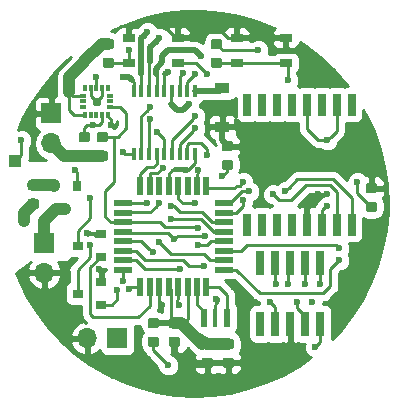
<source format=gtl>
G04 #@! TF.GenerationSoftware,KiCad,Pcbnew,(5.0.2)-1*
G04 #@! TF.CreationDate,2019-03-25T12:23:43+09:00*
G04 #@! TF.ProjectId,NixieHourglass,4e697869-6548-46f7-9572-676c6173732e,rev?*
G04 #@! TF.SameCoordinates,Original*
G04 #@! TF.FileFunction,Copper,L1,Top*
G04 #@! TF.FilePolarity,Positive*
%FSLAX46Y46*%
G04 Gerber Fmt 4.6, Leading zero omitted, Abs format (unit mm)*
G04 Created by KiCad (PCBNEW (5.0.2)-1) date 25/03/2019 12:23:43*
%MOMM*%
%LPD*%
G01*
G04 APERTURE LIST*
G04 #@! TA.AperFunction,SMDPad,CuDef*
%ADD10R,0.350000X0.600000*%
G04 #@! TD*
G04 #@! TA.AperFunction,SMDPad,CuDef*
%ADD11R,0.600000X0.350000*%
G04 #@! TD*
G04 #@! TA.AperFunction,SMDPad,CuDef*
%ADD12R,0.750000X2.100000*%
G04 #@! TD*
G04 #@! TA.AperFunction,ComponentPad*
%ADD13R,1.700000X1.700000*%
G04 #@! TD*
G04 #@! TA.AperFunction,ComponentPad*
%ADD14O,1.700000X1.700000*%
G04 #@! TD*
G04 #@! TA.AperFunction,SMDPad,CuDef*
%ADD15R,0.800000X0.900000*%
G04 #@! TD*
G04 #@! TA.AperFunction,SMDPad,CuDef*
%ADD16R,0.900000X0.800000*%
G04 #@! TD*
G04 #@! TA.AperFunction,SMDPad,CuDef*
%ADD17R,1.050000X0.650000*%
G04 #@! TD*
G04 #@! TA.AperFunction,SMDPad,CuDef*
%ADD18R,0.550000X1.600000*%
G04 #@! TD*
G04 #@! TA.AperFunction,SMDPad,CuDef*
%ADD19R,1.600000X0.550000*%
G04 #@! TD*
G04 #@! TA.AperFunction,SMDPad,CuDef*
%ADD20R,0.635000X1.905000*%
G04 #@! TD*
G04 #@! TA.AperFunction,SMDPad,CuDef*
%ADD21R,0.400000X1.000000*%
G04 #@! TD*
G04 #@! TA.AperFunction,SMDPad,CuDef*
%ADD22R,0.600000X1.600000*%
G04 #@! TD*
G04 #@! TA.AperFunction,SMDPad,CuDef*
%ADD23R,0.400000X1.600000*%
G04 #@! TD*
G04 #@! TA.AperFunction,Conductor*
%ADD24C,0.100000*%
G04 #@! TD*
G04 #@! TA.AperFunction,SMDPad,CuDef*
%ADD25C,0.875000*%
G04 #@! TD*
G04 #@! TA.AperFunction,SMDPad,CuDef*
%ADD26R,1.200000X0.900000*%
G04 #@! TD*
G04 #@! TA.AperFunction,SMDPad,CuDef*
%ADD27R,1.000000X1.000000*%
G04 #@! TD*
G04 #@! TA.AperFunction,ViaPad*
%ADD28C,0.600000*%
G04 #@! TD*
G04 #@! TA.AperFunction,Conductor*
%ADD29C,0.250000*%
G04 #@! TD*
G04 #@! TA.AperFunction,Conductor*
%ADD30C,0.500000*%
G04 #@! TD*
G04 #@! TA.AperFunction,Conductor*
%ADD31C,1.000000*%
G04 #@! TD*
G04 #@! TA.AperFunction,Conductor*
%ADD32C,0.254000*%
G04 #@! TD*
G04 APERTURE END LIST*
D10*
G04 #@! TO.P,U3,1*
G04 #@! TO.N,+BATT*
X80618000Y-72514000D03*
G04 #@! TO.P,U3,2*
G04 #@! TO.N,N/C*
X81118000Y-72514000D03*
G04 #@! TO.P,U3,3*
X81618000Y-72514000D03*
G04 #@! TO.P,U3,4*
G04 #@! TO.N,/SCL*
X82118000Y-72514000D03*
G04 #@! TO.P,U3,5*
G04 #@! TO.N,GND*
X82618000Y-72514000D03*
D11*
G04 #@! TO.P,U3,6*
G04 #@! TO.N,/SDA*
X82768000Y-71864000D03*
G04 #@! TO.P,U3,7*
G04 #@! TO.N,N/C*
X82768000Y-71364000D03*
G04 #@! TO.P,U3,8*
X82768000Y-70864000D03*
D10*
G04 #@! TO.P,U3,9*
X82618000Y-70214000D03*
G04 #@! TO.P,U3,10*
G04 #@! TO.N,GND*
X82118000Y-70214000D03*
G04 #@! TO.P,U3,11*
G04 #@! TO.N,/INT_ACCEL*
X81618000Y-70214000D03*
G04 #@! TO.P,U3,12*
G04 #@! TO.N,GND*
X81118000Y-70214000D03*
G04 #@! TO.P,U3,13*
G04 #@! TO.N,N/C*
X80618000Y-70214000D03*
D11*
G04 #@! TO.P,U3,14*
G04 #@! TO.N,+BATT*
X80468000Y-70864000D03*
G04 #@! TO.P,U3,15*
G04 #@! TO.N,N/C*
X80468000Y-71364000D03*
G04 #@! TO.P,U3,16*
X80468000Y-71864000D03*
G04 #@! TD*
D12*
G04 #@! TO.P,J1,1*
G04 #@! TO.N,/MISO*
X100584000Y-85035000D03*
G04 #@! TO.P,J1,2*
G04 #@! TO.N,+BATT*
X100584000Y-90205000D03*
G04 #@! TO.P,J1,3*
G04 #@! TO.N,/SCK*
X99314000Y-85035000D03*
G04 #@! TO.P,J1,4*
G04 #@! TO.N,/MOSI*
X99314000Y-90205000D03*
G04 #@! TO.P,J1,5*
G04 #@! TO.N,/RESET*
X98044000Y-85035000D03*
G04 #@! TO.P,J1,6*
G04 #@! TO.N,GND*
X98044000Y-90205000D03*
G04 #@! TO.P,J1,7*
G04 #@! TO.N,/RXD*
X96774000Y-85035000D03*
G04 #@! TO.P,J1,8*
G04 #@! TO.N,/TXD*
X96774000Y-90205000D03*
G04 #@! TO.P,J1,9*
G04 #@! TO.N,N/C*
X95504000Y-85035000D03*
G04 #@! TO.P,J1,10*
X95504000Y-90205000D03*
G04 #@! TD*
D13*
G04 #@! TO.P,J3,1*
G04 #@! TO.N,+BATT*
X83396000Y-91430000D03*
D14*
G04 #@! TO.P,J3,2*
G04 #@! TO.N,GND*
X80856000Y-91430000D03*
G04 #@! TD*
G04 #@! TO.P,J4,2*
G04 #@! TO.N,GND*
X77216000Y-85852000D03*
D13*
G04 #@! TO.P,J4,1*
G04 #@! TO.N,+HV*
X77216000Y-83312000D03*
G04 #@! TD*
D15*
G04 #@! TO.P,Q1,1*
G04 #@! TO.N,/NIX_ANODE*
X79944000Y-78502000D03*
G04 #@! TO.P,Q1,2*
G04 #@! TO.N,Net-(Q1-Pad2)*
X78044000Y-78502000D03*
G04 #@! TO.P,Q1,3*
G04 #@! TO.N,+HV*
X78994000Y-80502000D03*
G04 #@! TD*
D16*
G04 #@! TO.P,Q2,3*
G04 #@! TO.N,Net-(N1-Pad9)*
X80026000Y-83566000D03*
G04 #@! TO.P,Q2,2*
G04 #@! TO.N,GND*
X82026000Y-82616000D03*
G04 #@! TO.P,Q2,1*
G04 #@! TO.N,/NIX_9*
X82026000Y-84516000D03*
G04 #@! TD*
G04 #@! TO.P,Q3,1*
G04 #@! TO.N,/NIX_0*
X82026000Y-88580000D03*
G04 #@! TO.P,Q3,2*
G04 #@! TO.N,GND*
X82026000Y-86680000D03*
G04 #@! TO.P,Q3,3*
G04 #@! TO.N,Net-(N1-Pad0)*
X80026000Y-87630000D03*
G04 #@! TD*
D17*
G04 #@! TO.P,SW1,1*
G04 #@! TO.N,GND*
X93513000Y-65971000D03*
G04 #@! TO.P,SW1,2*
X97663000Y-65971000D03*
G04 #@! TO.P,SW1,3*
G04 #@! TO.N,/SW_0*
X93513000Y-68121000D03*
G04 #@! TO.P,SW1,4*
X97663000Y-68121000D03*
G04 #@! TD*
G04 #@! TO.P,SW2,4*
G04 #@! TO.N,/SW_1*
X88519000Y-68121000D03*
G04 #@! TO.P,SW2,3*
X84369000Y-68121000D03*
G04 #@! TO.P,SW2,2*
G04 #@! TO.N,GND*
X88519000Y-65971000D03*
G04 #@! TO.P,SW2,1*
X84369000Y-65971000D03*
G04 #@! TD*
D18*
G04 #@! TO.P,U1,1*
G04 #@! TO.N,/NIX_8*
X85338000Y-87054000D03*
G04 #@! TO.P,U1,2*
G04 #@! TO.N,/NIX_9*
X86138000Y-87054000D03*
G04 #@! TO.P,U1,3*
G04 #@! TO.N,GND*
X86938000Y-87054000D03*
G04 #@! TO.P,U1,4*
G04 #@! TO.N,+BATT*
X87738000Y-87054000D03*
G04 #@! TO.P,U1,5*
G04 #@! TO.N,GND*
X88538000Y-87054000D03*
G04 #@! TO.P,U1,6*
G04 #@! TO.N,+BATT*
X89338000Y-87054000D03*
G04 #@! TO.P,U1,7*
G04 #@! TO.N,Net-(U1-Pad7)*
X90138000Y-87054000D03*
G04 #@! TO.P,U1,8*
G04 #@! TO.N,Net-(U1-Pad8)*
X90938000Y-87054000D03*
D19*
G04 #@! TO.P,U1,9*
G04 #@! TO.N,/SW_0*
X92388000Y-85604000D03*
G04 #@! TO.P,U1,10*
G04 #@! TO.N,/NIX_ANODE*
X92388000Y-84804000D03*
G04 #@! TO.P,U1,11*
G04 #@! TO.N,/SW_1*
X92388000Y-84004000D03*
G04 #@! TO.P,U1,12*
G04 #@! TO.N,/NIX_0*
X92388000Y-83204000D03*
G04 #@! TO.P,U1,13*
G04 #@! TO.N,/NIX_1*
X92388000Y-82404000D03*
G04 #@! TO.P,U1,14*
G04 #@! TO.N,/NIX_2*
X92388000Y-81604000D03*
G04 #@! TO.P,U1,15*
G04 #@! TO.N,/MOSI*
X92388000Y-80804000D03*
G04 #@! TO.P,U1,16*
G04 #@! TO.N,/MISO*
X92388000Y-80004000D03*
D18*
G04 #@! TO.P,U1,17*
G04 #@! TO.N,/SCK*
X90938000Y-78554000D03*
G04 #@! TO.P,U1,18*
G04 #@! TO.N,+BATT*
X90138000Y-78554000D03*
G04 #@! TO.P,U1,19*
G04 #@! TO.N,N/C*
X89338000Y-78554000D03*
G04 #@! TO.P,U1,20*
G04 #@! TO.N,Net-(C2-Pad1)*
X88538000Y-78554000D03*
G04 #@! TO.P,U1,21*
G04 #@! TO.N,GND*
X87738000Y-78554000D03*
G04 #@! TO.P,U1,22*
G04 #@! TO.N,N/C*
X86938000Y-78554000D03*
G04 #@! TO.P,U1,23*
G04 #@! TO.N,/NIX_3*
X86138000Y-78554000D03*
G04 #@! TO.P,U1,24*
G04 #@! TO.N,/NIX_4*
X85338000Y-78554000D03*
D19*
G04 #@! TO.P,U1,25*
G04 #@! TO.N,/NIX_5*
X83888000Y-80004000D03*
G04 #@! TO.P,U1,26*
G04 #@! TO.N,/NIX_6*
X83888000Y-80804000D03*
G04 #@! TO.P,U1,27*
G04 #@! TO.N,/SDA*
X83888000Y-81604000D03*
G04 #@! TO.P,U1,28*
G04 #@! TO.N,/SCL*
X83888000Y-82404000D03*
G04 #@! TO.P,U1,29*
G04 #@! TO.N,/RESET*
X83888000Y-83204000D03*
G04 #@! TO.P,U1,30*
G04 #@! TO.N,/RXD*
X83888000Y-84004000D03*
G04 #@! TO.P,U1,31*
G04 #@! TO.N,/TXD*
X83888000Y-84804000D03*
G04 #@! TO.P,U1,32*
G04 #@! TO.N,/NIX_7*
X83888000Y-85604000D03*
G04 #@! TD*
D20*
G04 #@! TO.P,U2,1*
G04 #@! TO.N,N/C*
X103251000Y-71628000D03*
G04 #@! TO.P,U2,2*
G04 #@! TO.N,+BATT*
X101981000Y-71628000D03*
G04 #@! TO.P,U2,3*
G04 #@! TO.N,N/C*
X100711000Y-71628000D03*
G04 #@! TO.P,U2,4*
G04 #@! TO.N,+BATT*
X99441000Y-71628000D03*
G04 #@! TO.P,U2,5*
G04 #@! TO.N,N/C*
X98171000Y-71628000D03*
G04 #@! TO.P,U2,6*
X96901000Y-71628000D03*
G04 #@! TO.P,U2,7*
X95631000Y-71628000D03*
G04 #@! TO.P,U2,8*
X94361000Y-71628000D03*
G04 #@! TO.P,U2,9*
X94361000Y-81788000D03*
G04 #@! TO.P,U2,10*
X95631000Y-81788000D03*
G04 #@! TO.P,U2,11*
X96901000Y-81788000D03*
G04 #@! TO.P,U2,12*
X98171000Y-81788000D03*
G04 #@! TO.P,U2,13*
G04 #@! TO.N,GND*
X99441000Y-81788000D03*
G04 #@! TO.P,U2,14*
G04 #@! TO.N,+BATT*
X100711000Y-81788000D03*
G04 #@! TO.P,U2,15*
G04 #@! TO.N,/SDA*
X101981000Y-81788000D03*
G04 #@! TO.P,U2,16*
G04 #@! TO.N,/SCL*
X103251000Y-81788000D03*
G04 #@! TD*
D21*
G04 #@! TO.P,U4,10*
G04 #@! TO.N,Net-(D1-Pad1)*
X89976000Y-70452000D03*
G04 #@! TO.P,U4,11*
G04 #@! TO.N,Net-(N1-Pad8)*
X89326000Y-70452000D03*
G04 #@! TO.P,U4,12*
G04 #@! TO.N,Net-(N1-Pad7)*
X88676000Y-70452000D03*
G04 #@! TO.P,U4,13*
G04 #@! TO.N,Net-(N1-Pad6)*
X88026000Y-70452000D03*
G04 #@! TO.P,U4,14*
G04 #@! TO.N,Net-(N1-Pad5)*
X87376000Y-70452000D03*
G04 #@! TO.P,U4,15*
G04 #@! TO.N,Net-(N1-Pad4)*
X86726000Y-70452000D03*
G04 #@! TO.P,U4,16*
G04 #@! TO.N,Net-(N1-Pad3)*
X86076000Y-70452000D03*
G04 #@! TO.P,U4,17*
G04 #@! TO.N,Net-(N1-Pad2)*
X85426000Y-70452000D03*
G04 #@! TO.P,U4,18*
G04 #@! TO.N,Net-(N1-Pad1)*
X84776000Y-70452000D03*
G04 #@! TO.P,U4,9*
G04 #@! TO.N,GND*
X89976000Y-75852000D03*
G04 #@! TO.P,U4,8*
G04 #@! TO.N,/NIX_8*
X89326000Y-75852000D03*
G04 #@! TO.P,U4,7*
G04 #@! TO.N,/NIX_7*
X88676000Y-75852000D03*
G04 #@! TO.P,U4,6*
G04 #@! TO.N,/NIX_6*
X88026000Y-75852000D03*
G04 #@! TO.P,U4,5*
G04 #@! TO.N,/NIX_5*
X87376000Y-75852000D03*
G04 #@! TO.P,U4,4*
G04 #@! TO.N,/NIX_4*
X86726000Y-75852000D03*
G04 #@! TO.P,U4,3*
G04 #@! TO.N,/NIX_3*
X86076000Y-75852000D03*
G04 #@! TO.P,U4,2*
G04 #@! TO.N,/NIX_2*
X85426000Y-75852000D03*
G04 #@! TO.P,U4,1*
G04 #@! TO.N,/NIX_1*
X84776000Y-75852000D03*
G04 #@! TD*
D22*
G04 #@! TO.P,Y1,1*
G04 #@! TO.N,Net-(U1-Pad8)*
X92644000Y-89662000D03*
D23*
G04 #@! TO.P,Y1,2*
G04 #@! TO.N,GND*
X91694000Y-89662000D03*
D22*
G04 #@! TO.P,Y1,3*
G04 #@! TO.N,Net-(U1-Pad7)*
X90744000Y-89662000D03*
G04 #@! TD*
D24*
G04 #@! TO.N,+BATT*
G04 #@! TO.C,C1*
G36*
X93071691Y-91476053D02*
X93092926Y-91479203D01*
X93113750Y-91484419D01*
X93133962Y-91491651D01*
X93153368Y-91500830D01*
X93171781Y-91511866D01*
X93189024Y-91524654D01*
X93204930Y-91539070D01*
X93219346Y-91554976D01*
X93232134Y-91572219D01*
X93243170Y-91590632D01*
X93252349Y-91610038D01*
X93259581Y-91630250D01*
X93264797Y-91651074D01*
X93267947Y-91672309D01*
X93269000Y-91693750D01*
X93269000Y-92131250D01*
X93267947Y-92152691D01*
X93264797Y-92173926D01*
X93259581Y-92194750D01*
X93252349Y-92214962D01*
X93243170Y-92234368D01*
X93232134Y-92252781D01*
X93219346Y-92270024D01*
X93204930Y-92285930D01*
X93189024Y-92300346D01*
X93171781Y-92313134D01*
X93153368Y-92324170D01*
X93133962Y-92333349D01*
X93113750Y-92340581D01*
X93092926Y-92345797D01*
X93071691Y-92348947D01*
X93050250Y-92350000D01*
X92537750Y-92350000D01*
X92516309Y-92348947D01*
X92495074Y-92345797D01*
X92474250Y-92340581D01*
X92454038Y-92333349D01*
X92434632Y-92324170D01*
X92416219Y-92313134D01*
X92398976Y-92300346D01*
X92383070Y-92285930D01*
X92368654Y-92270024D01*
X92355866Y-92252781D01*
X92344830Y-92234368D01*
X92335651Y-92214962D01*
X92328419Y-92194750D01*
X92323203Y-92173926D01*
X92320053Y-92152691D01*
X92319000Y-92131250D01*
X92319000Y-91693750D01*
X92320053Y-91672309D01*
X92323203Y-91651074D01*
X92328419Y-91630250D01*
X92335651Y-91610038D01*
X92344830Y-91590632D01*
X92355866Y-91572219D01*
X92368654Y-91554976D01*
X92383070Y-91539070D01*
X92398976Y-91524654D01*
X92416219Y-91511866D01*
X92434632Y-91500830D01*
X92454038Y-91491651D01*
X92474250Y-91484419D01*
X92495074Y-91479203D01*
X92516309Y-91476053D01*
X92537750Y-91475000D01*
X93050250Y-91475000D01*
X93071691Y-91476053D01*
X93071691Y-91476053D01*
G37*
D25*
G04 #@! TD*
G04 #@! TO.P,C1,1*
G04 #@! TO.N,+BATT*
X92794000Y-91912500D03*
D24*
G04 #@! TO.N,GND*
G04 #@! TO.C,C1*
G36*
X93071691Y-93051053D02*
X93092926Y-93054203D01*
X93113750Y-93059419D01*
X93133962Y-93066651D01*
X93153368Y-93075830D01*
X93171781Y-93086866D01*
X93189024Y-93099654D01*
X93204930Y-93114070D01*
X93219346Y-93129976D01*
X93232134Y-93147219D01*
X93243170Y-93165632D01*
X93252349Y-93185038D01*
X93259581Y-93205250D01*
X93264797Y-93226074D01*
X93267947Y-93247309D01*
X93269000Y-93268750D01*
X93269000Y-93706250D01*
X93267947Y-93727691D01*
X93264797Y-93748926D01*
X93259581Y-93769750D01*
X93252349Y-93789962D01*
X93243170Y-93809368D01*
X93232134Y-93827781D01*
X93219346Y-93845024D01*
X93204930Y-93860930D01*
X93189024Y-93875346D01*
X93171781Y-93888134D01*
X93153368Y-93899170D01*
X93133962Y-93908349D01*
X93113750Y-93915581D01*
X93092926Y-93920797D01*
X93071691Y-93923947D01*
X93050250Y-93925000D01*
X92537750Y-93925000D01*
X92516309Y-93923947D01*
X92495074Y-93920797D01*
X92474250Y-93915581D01*
X92454038Y-93908349D01*
X92434632Y-93899170D01*
X92416219Y-93888134D01*
X92398976Y-93875346D01*
X92383070Y-93860930D01*
X92368654Y-93845024D01*
X92355866Y-93827781D01*
X92344830Y-93809368D01*
X92335651Y-93789962D01*
X92328419Y-93769750D01*
X92323203Y-93748926D01*
X92320053Y-93727691D01*
X92319000Y-93706250D01*
X92319000Y-93268750D01*
X92320053Y-93247309D01*
X92323203Y-93226074D01*
X92328419Y-93205250D01*
X92335651Y-93185038D01*
X92344830Y-93165632D01*
X92355866Y-93147219D01*
X92368654Y-93129976D01*
X92383070Y-93114070D01*
X92398976Y-93099654D01*
X92416219Y-93086866D01*
X92434632Y-93075830D01*
X92454038Y-93066651D01*
X92474250Y-93059419D01*
X92495074Y-93054203D01*
X92516309Y-93051053D01*
X92537750Y-93050000D01*
X93050250Y-93050000D01*
X93071691Y-93051053D01*
X93071691Y-93051053D01*
G37*
D25*
G04 #@! TD*
G04 #@! TO.P,C1,2*
G04 #@! TO.N,GND*
X92794000Y-93487500D03*
D24*
G04 #@! TO.N,GND*
G04 #@! TO.C,C2*
G36*
X92987691Y-74722053D02*
X93008926Y-74725203D01*
X93029750Y-74730419D01*
X93049962Y-74737651D01*
X93069368Y-74746830D01*
X93087781Y-74757866D01*
X93105024Y-74770654D01*
X93120930Y-74785070D01*
X93135346Y-74800976D01*
X93148134Y-74818219D01*
X93159170Y-74836632D01*
X93168349Y-74856038D01*
X93175581Y-74876250D01*
X93180797Y-74897074D01*
X93183947Y-74918309D01*
X93185000Y-74939750D01*
X93185000Y-75377250D01*
X93183947Y-75398691D01*
X93180797Y-75419926D01*
X93175581Y-75440750D01*
X93168349Y-75460962D01*
X93159170Y-75480368D01*
X93148134Y-75498781D01*
X93135346Y-75516024D01*
X93120930Y-75531930D01*
X93105024Y-75546346D01*
X93087781Y-75559134D01*
X93069368Y-75570170D01*
X93049962Y-75579349D01*
X93029750Y-75586581D01*
X93008926Y-75591797D01*
X92987691Y-75594947D01*
X92966250Y-75596000D01*
X92453750Y-75596000D01*
X92432309Y-75594947D01*
X92411074Y-75591797D01*
X92390250Y-75586581D01*
X92370038Y-75579349D01*
X92350632Y-75570170D01*
X92332219Y-75559134D01*
X92314976Y-75546346D01*
X92299070Y-75531930D01*
X92284654Y-75516024D01*
X92271866Y-75498781D01*
X92260830Y-75480368D01*
X92251651Y-75460962D01*
X92244419Y-75440750D01*
X92239203Y-75419926D01*
X92236053Y-75398691D01*
X92235000Y-75377250D01*
X92235000Y-74939750D01*
X92236053Y-74918309D01*
X92239203Y-74897074D01*
X92244419Y-74876250D01*
X92251651Y-74856038D01*
X92260830Y-74836632D01*
X92271866Y-74818219D01*
X92284654Y-74800976D01*
X92299070Y-74785070D01*
X92314976Y-74770654D01*
X92332219Y-74757866D01*
X92350632Y-74746830D01*
X92370038Y-74737651D01*
X92390250Y-74730419D01*
X92411074Y-74725203D01*
X92432309Y-74722053D01*
X92453750Y-74721000D01*
X92966250Y-74721000D01*
X92987691Y-74722053D01*
X92987691Y-74722053D01*
G37*
D25*
G04 #@! TD*
G04 #@! TO.P,C2,2*
G04 #@! TO.N,GND*
X92710000Y-75158500D03*
D24*
G04 #@! TO.N,Net-(C2-Pad1)*
G04 #@! TO.C,C2*
G36*
X92987691Y-76297053D02*
X93008926Y-76300203D01*
X93029750Y-76305419D01*
X93049962Y-76312651D01*
X93069368Y-76321830D01*
X93087781Y-76332866D01*
X93105024Y-76345654D01*
X93120930Y-76360070D01*
X93135346Y-76375976D01*
X93148134Y-76393219D01*
X93159170Y-76411632D01*
X93168349Y-76431038D01*
X93175581Y-76451250D01*
X93180797Y-76472074D01*
X93183947Y-76493309D01*
X93185000Y-76514750D01*
X93185000Y-76952250D01*
X93183947Y-76973691D01*
X93180797Y-76994926D01*
X93175581Y-77015750D01*
X93168349Y-77035962D01*
X93159170Y-77055368D01*
X93148134Y-77073781D01*
X93135346Y-77091024D01*
X93120930Y-77106930D01*
X93105024Y-77121346D01*
X93087781Y-77134134D01*
X93069368Y-77145170D01*
X93049962Y-77154349D01*
X93029750Y-77161581D01*
X93008926Y-77166797D01*
X92987691Y-77169947D01*
X92966250Y-77171000D01*
X92453750Y-77171000D01*
X92432309Y-77169947D01*
X92411074Y-77166797D01*
X92390250Y-77161581D01*
X92370038Y-77154349D01*
X92350632Y-77145170D01*
X92332219Y-77134134D01*
X92314976Y-77121346D01*
X92299070Y-77106930D01*
X92284654Y-77091024D01*
X92271866Y-77073781D01*
X92260830Y-77055368D01*
X92251651Y-77035962D01*
X92244419Y-77015750D01*
X92239203Y-76994926D01*
X92236053Y-76973691D01*
X92235000Y-76952250D01*
X92235000Y-76514750D01*
X92236053Y-76493309D01*
X92239203Y-76472074D01*
X92244419Y-76451250D01*
X92251651Y-76431038D01*
X92260830Y-76411632D01*
X92271866Y-76393219D01*
X92284654Y-76375976D01*
X92299070Y-76360070D01*
X92314976Y-76345654D01*
X92332219Y-76332866D01*
X92350632Y-76321830D01*
X92370038Y-76312651D01*
X92390250Y-76305419D01*
X92411074Y-76300203D01*
X92432309Y-76297053D01*
X92453750Y-76296000D01*
X92966250Y-76296000D01*
X92987691Y-76297053D01*
X92987691Y-76297053D01*
G37*
D25*
G04 #@! TD*
G04 #@! TO.P,C2,1*
G04 #@! TO.N,Net-(C2-Pad1)*
X92710000Y-76733500D03*
D24*
G04 #@! TO.N,GND*
G04 #@! TO.C,C3*
G36*
X91293691Y-93051053D02*
X91314926Y-93054203D01*
X91335750Y-93059419D01*
X91355962Y-93066651D01*
X91375368Y-93075830D01*
X91393781Y-93086866D01*
X91411024Y-93099654D01*
X91426930Y-93114070D01*
X91441346Y-93129976D01*
X91454134Y-93147219D01*
X91465170Y-93165632D01*
X91474349Y-93185038D01*
X91481581Y-93205250D01*
X91486797Y-93226074D01*
X91489947Y-93247309D01*
X91491000Y-93268750D01*
X91491000Y-93706250D01*
X91489947Y-93727691D01*
X91486797Y-93748926D01*
X91481581Y-93769750D01*
X91474349Y-93789962D01*
X91465170Y-93809368D01*
X91454134Y-93827781D01*
X91441346Y-93845024D01*
X91426930Y-93860930D01*
X91411024Y-93875346D01*
X91393781Y-93888134D01*
X91375368Y-93899170D01*
X91355962Y-93908349D01*
X91335750Y-93915581D01*
X91314926Y-93920797D01*
X91293691Y-93923947D01*
X91272250Y-93925000D01*
X90759750Y-93925000D01*
X90738309Y-93923947D01*
X90717074Y-93920797D01*
X90696250Y-93915581D01*
X90676038Y-93908349D01*
X90656632Y-93899170D01*
X90638219Y-93888134D01*
X90620976Y-93875346D01*
X90605070Y-93860930D01*
X90590654Y-93845024D01*
X90577866Y-93827781D01*
X90566830Y-93809368D01*
X90557651Y-93789962D01*
X90550419Y-93769750D01*
X90545203Y-93748926D01*
X90542053Y-93727691D01*
X90541000Y-93706250D01*
X90541000Y-93268750D01*
X90542053Y-93247309D01*
X90545203Y-93226074D01*
X90550419Y-93205250D01*
X90557651Y-93185038D01*
X90566830Y-93165632D01*
X90577866Y-93147219D01*
X90590654Y-93129976D01*
X90605070Y-93114070D01*
X90620976Y-93099654D01*
X90638219Y-93086866D01*
X90656632Y-93075830D01*
X90676038Y-93066651D01*
X90696250Y-93059419D01*
X90717074Y-93054203D01*
X90738309Y-93051053D01*
X90759750Y-93050000D01*
X91272250Y-93050000D01*
X91293691Y-93051053D01*
X91293691Y-93051053D01*
G37*
D25*
G04 #@! TD*
G04 #@! TO.P,C3,2*
G04 #@! TO.N,GND*
X91016000Y-93487500D03*
D24*
G04 #@! TO.N,+BATT*
G04 #@! TO.C,C3*
G36*
X91293691Y-91476053D02*
X91314926Y-91479203D01*
X91335750Y-91484419D01*
X91355962Y-91491651D01*
X91375368Y-91500830D01*
X91393781Y-91511866D01*
X91411024Y-91524654D01*
X91426930Y-91539070D01*
X91441346Y-91554976D01*
X91454134Y-91572219D01*
X91465170Y-91590632D01*
X91474349Y-91610038D01*
X91481581Y-91630250D01*
X91486797Y-91651074D01*
X91489947Y-91672309D01*
X91491000Y-91693750D01*
X91491000Y-92131250D01*
X91489947Y-92152691D01*
X91486797Y-92173926D01*
X91481581Y-92194750D01*
X91474349Y-92214962D01*
X91465170Y-92234368D01*
X91454134Y-92252781D01*
X91441346Y-92270024D01*
X91426930Y-92285930D01*
X91411024Y-92300346D01*
X91393781Y-92313134D01*
X91375368Y-92324170D01*
X91355962Y-92333349D01*
X91335750Y-92340581D01*
X91314926Y-92345797D01*
X91293691Y-92348947D01*
X91272250Y-92350000D01*
X90759750Y-92350000D01*
X90738309Y-92348947D01*
X90717074Y-92345797D01*
X90696250Y-92340581D01*
X90676038Y-92333349D01*
X90656632Y-92324170D01*
X90638219Y-92313134D01*
X90620976Y-92300346D01*
X90605070Y-92285930D01*
X90590654Y-92270024D01*
X90577866Y-92252781D01*
X90566830Y-92234368D01*
X90557651Y-92214962D01*
X90550419Y-92194750D01*
X90545203Y-92173926D01*
X90542053Y-92152691D01*
X90541000Y-92131250D01*
X90541000Y-91693750D01*
X90542053Y-91672309D01*
X90545203Y-91651074D01*
X90550419Y-91630250D01*
X90557651Y-91610038D01*
X90566830Y-91590632D01*
X90577866Y-91572219D01*
X90590654Y-91554976D01*
X90605070Y-91539070D01*
X90620976Y-91524654D01*
X90638219Y-91511866D01*
X90656632Y-91500830D01*
X90676038Y-91491651D01*
X90696250Y-91484419D01*
X90717074Y-91479203D01*
X90738309Y-91476053D01*
X90759750Y-91475000D01*
X91272250Y-91475000D01*
X91293691Y-91476053D01*
X91293691Y-91476053D01*
G37*
D25*
G04 #@! TD*
G04 #@! TO.P,C3,1*
G04 #@! TO.N,+BATT*
X91016000Y-91912500D03*
D24*
G04 #@! TO.N,+BATT*
G04 #@! TO.C,C4*
G36*
X88499691Y-89698053D02*
X88520926Y-89701203D01*
X88541750Y-89706419D01*
X88561962Y-89713651D01*
X88581368Y-89722830D01*
X88599781Y-89733866D01*
X88617024Y-89746654D01*
X88632930Y-89761070D01*
X88647346Y-89776976D01*
X88660134Y-89794219D01*
X88671170Y-89812632D01*
X88680349Y-89832038D01*
X88687581Y-89852250D01*
X88692797Y-89873074D01*
X88695947Y-89894309D01*
X88697000Y-89915750D01*
X88697000Y-90353250D01*
X88695947Y-90374691D01*
X88692797Y-90395926D01*
X88687581Y-90416750D01*
X88680349Y-90436962D01*
X88671170Y-90456368D01*
X88660134Y-90474781D01*
X88647346Y-90492024D01*
X88632930Y-90507930D01*
X88617024Y-90522346D01*
X88599781Y-90535134D01*
X88581368Y-90546170D01*
X88561962Y-90555349D01*
X88541750Y-90562581D01*
X88520926Y-90567797D01*
X88499691Y-90570947D01*
X88478250Y-90572000D01*
X87965750Y-90572000D01*
X87944309Y-90570947D01*
X87923074Y-90567797D01*
X87902250Y-90562581D01*
X87882038Y-90555349D01*
X87862632Y-90546170D01*
X87844219Y-90535134D01*
X87826976Y-90522346D01*
X87811070Y-90507930D01*
X87796654Y-90492024D01*
X87783866Y-90474781D01*
X87772830Y-90456368D01*
X87763651Y-90436962D01*
X87756419Y-90416750D01*
X87751203Y-90395926D01*
X87748053Y-90374691D01*
X87747000Y-90353250D01*
X87747000Y-89915750D01*
X87748053Y-89894309D01*
X87751203Y-89873074D01*
X87756419Y-89852250D01*
X87763651Y-89832038D01*
X87772830Y-89812632D01*
X87783866Y-89794219D01*
X87796654Y-89776976D01*
X87811070Y-89761070D01*
X87826976Y-89746654D01*
X87844219Y-89733866D01*
X87862632Y-89722830D01*
X87882038Y-89713651D01*
X87902250Y-89706419D01*
X87923074Y-89701203D01*
X87944309Y-89698053D01*
X87965750Y-89697000D01*
X88478250Y-89697000D01*
X88499691Y-89698053D01*
X88499691Y-89698053D01*
G37*
D25*
G04 #@! TD*
G04 #@! TO.P,C4,1*
G04 #@! TO.N,+BATT*
X88222000Y-90134500D03*
D24*
G04 #@! TO.N,GND*
G04 #@! TO.C,C4*
G36*
X88499691Y-91273053D02*
X88520926Y-91276203D01*
X88541750Y-91281419D01*
X88561962Y-91288651D01*
X88581368Y-91297830D01*
X88599781Y-91308866D01*
X88617024Y-91321654D01*
X88632930Y-91336070D01*
X88647346Y-91351976D01*
X88660134Y-91369219D01*
X88671170Y-91387632D01*
X88680349Y-91407038D01*
X88687581Y-91427250D01*
X88692797Y-91448074D01*
X88695947Y-91469309D01*
X88697000Y-91490750D01*
X88697000Y-91928250D01*
X88695947Y-91949691D01*
X88692797Y-91970926D01*
X88687581Y-91991750D01*
X88680349Y-92011962D01*
X88671170Y-92031368D01*
X88660134Y-92049781D01*
X88647346Y-92067024D01*
X88632930Y-92082930D01*
X88617024Y-92097346D01*
X88599781Y-92110134D01*
X88581368Y-92121170D01*
X88561962Y-92130349D01*
X88541750Y-92137581D01*
X88520926Y-92142797D01*
X88499691Y-92145947D01*
X88478250Y-92147000D01*
X87965750Y-92147000D01*
X87944309Y-92145947D01*
X87923074Y-92142797D01*
X87902250Y-92137581D01*
X87882038Y-92130349D01*
X87862632Y-92121170D01*
X87844219Y-92110134D01*
X87826976Y-92097346D01*
X87811070Y-92082930D01*
X87796654Y-92067024D01*
X87783866Y-92049781D01*
X87772830Y-92031368D01*
X87763651Y-92011962D01*
X87756419Y-91991750D01*
X87751203Y-91970926D01*
X87748053Y-91949691D01*
X87747000Y-91928250D01*
X87747000Y-91490750D01*
X87748053Y-91469309D01*
X87751203Y-91448074D01*
X87756419Y-91427250D01*
X87763651Y-91407038D01*
X87772830Y-91387632D01*
X87783866Y-91369219D01*
X87796654Y-91351976D01*
X87811070Y-91336070D01*
X87826976Y-91321654D01*
X87844219Y-91308866D01*
X87862632Y-91297830D01*
X87882038Y-91288651D01*
X87902250Y-91281419D01*
X87923074Y-91276203D01*
X87944309Y-91273053D01*
X87965750Y-91272000D01*
X88478250Y-91272000D01*
X88499691Y-91273053D01*
X88499691Y-91273053D01*
G37*
D25*
G04 #@! TD*
G04 #@! TO.P,C4,2*
G04 #@! TO.N,GND*
X88222000Y-91709500D03*
D24*
G04 #@! TO.N,+BATT*
G04 #@! TO.C,C6*
G36*
X105177691Y-79843053D02*
X105198926Y-79846203D01*
X105219750Y-79851419D01*
X105239962Y-79858651D01*
X105259368Y-79867830D01*
X105277781Y-79878866D01*
X105295024Y-79891654D01*
X105310930Y-79906070D01*
X105325346Y-79921976D01*
X105338134Y-79939219D01*
X105349170Y-79957632D01*
X105358349Y-79977038D01*
X105365581Y-79997250D01*
X105370797Y-80018074D01*
X105373947Y-80039309D01*
X105375000Y-80060750D01*
X105375000Y-80498250D01*
X105373947Y-80519691D01*
X105370797Y-80540926D01*
X105365581Y-80561750D01*
X105358349Y-80581962D01*
X105349170Y-80601368D01*
X105338134Y-80619781D01*
X105325346Y-80637024D01*
X105310930Y-80652930D01*
X105295024Y-80667346D01*
X105277781Y-80680134D01*
X105259368Y-80691170D01*
X105239962Y-80700349D01*
X105219750Y-80707581D01*
X105198926Y-80712797D01*
X105177691Y-80715947D01*
X105156250Y-80717000D01*
X104643750Y-80717000D01*
X104622309Y-80715947D01*
X104601074Y-80712797D01*
X104580250Y-80707581D01*
X104560038Y-80700349D01*
X104540632Y-80691170D01*
X104522219Y-80680134D01*
X104504976Y-80667346D01*
X104489070Y-80652930D01*
X104474654Y-80637024D01*
X104461866Y-80619781D01*
X104450830Y-80601368D01*
X104441651Y-80581962D01*
X104434419Y-80561750D01*
X104429203Y-80540926D01*
X104426053Y-80519691D01*
X104425000Y-80498250D01*
X104425000Y-80060750D01*
X104426053Y-80039309D01*
X104429203Y-80018074D01*
X104434419Y-79997250D01*
X104441651Y-79977038D01*
X104450830Y-79957632D01*
X104461866Y-79939219D01*
X104474654Y-79921976D01*
X104489070Y-79906070D01*
X104504976Y-79891654D01*
X104522219Y-79878866D01*
X104540632Y-79867830D01*
X104560038Y-79858651D01*
X104580250Y-79851419D01*
X104601074Y-79846203D01*
X104622309Y-79843053D01*
X104643750Y-79842000D01*
X105156250Y-79842000D01*
X105177691Y-79843053D01*
X105177691Y-79843053D01*
G37*
D25*
G04 #@! TD*
G04 #@! TO.P,C6,1*
G04 #@! TO.N,+BATT*
X104900000Y-80279500D03*
D24*
G04 #@! TO.N,GND*
G04 #@! TO.C,C6*
G36*
X105177691Y-78268053D02*
X105198926Y-78271203D01*
X105219750Y-78276419D01*
X105239962Y-78283651D01*
X105259368Y-78292830D01*
X105277781Y-78303866D01*
X105295024Y-78316654D01*
X105310930Y-78331070D01*
X105325346Y-78346976D01*
X105338134Y-78364219D01*
X105349170Y-78382632D01*
X105358349Y-78402038D01*
X105365581Y-78422250D01*
X105370797Y-78443074D01*
X105373947Y-78464309D01*
X105375000Y-78485750D01*
X105375000Y-78923250D01*
X105373947Y-78944691D01*
X105370797Y-78965926D01*
X105365581Y-78986750D01*
X105358349Y-79006962D01*
X105349170Y-79026368D01*
X105338134Y-79044781D01*
X105325346Y-79062024D01*
X105310930Y-79077930D01*
X105295024Y-79092346D01*
X105277781Y-79105134D01*
X105259368Y-79116170D01*
X105239962Y-79125349D01*
X105219750Y-79132581D01*
X105198926Y-79137797D01*
X105177691Y-79140947D01*
X105156250Y-79142000D01*
X104643750Y-79142000D01*
X104622309Y-79140947D01*
X104601074Y-79137797D01*
X104580250Y-79132581D01*
X104560038Y-79125349D01*
X104540632Y-79116170D01*
X104522219Y-79105134D01*
X104504976Y-79092346D01*
X104489070Y-79077930D01*
X104474654Y-79062024D01*
X104461866Y-79044781D01*
X104450830Y-79026368D01*
X104441651Y-79006962D01*
X104434419Y-78986750D01*
X104429203Y-78965926D01*
X104426053Y-78944691D01*
X104425000Y-78923250D01*
X104425000Y-78485750D01*
X104426053Y-78464309D01*
X104429203Y-78443074D01*
X104434419Y-78422250D01*
X104441651Y-78402038D01*
X104450830Y-78382632D01*
X104461866Y-78364219D01*
X104474654Y-78346976D01*
X104489070Y-78331070D01*
X104504976Y-78316654D01*
X104522219Y-78303866D01*
X104540632Y-78292830D01*
X104560038Y-78283651D01*
X104580250Y-78276419D01*
X104601074Y-78271203D01*
X104622309Y-78268053D01*
X104643750Y-78267000D01*
X105156250Y-78267000D01*
X105177691Y-78268053D01*
X105177691Y-78268053D01*
G37*
D25*
G04 #@! TD*
G04 #@! TO.P,C6,2*
G04 #@! TO.N,GND*
X104900000Y-78704500D03*
D24*
G04 #@! TO.N,+BATT*
G04 #@! TO.C,R1*
G36*
X80879691Y-75525053D02*
X80900926Y-75528203D01*
X80921750Y-75533419D01*
X80941962Y-75540651D01*
X80961368Y-75549830D01*
X80979781Y-75560866D01*
X80997024Y-75573654D01*
X81012930Y-75588070D01*
X81027346Y-75603976D01*
X81040134Y-75621219D01*
X81051170Y-75639632D01*
X81060349Y-75659038D01*
X81067581Y-75679250D01*
X81072797Y-75700074D01*
X81075947Y-75721309D01*
X81077000Y-75742750D01*
X81077000Y-76180250D01*
X81075947Y-76201691D01*
X81072797Y-76222926D01*
X81067581Y-76243750D01*
X81060349Y-76263962D01*
X81051170Y-76283368D01*
X81040134Y-76301781D01*
X81027346Y-76319024D01*
X81012930Y-76334930D01*
X80997024Y-76349346D01*
X80979781Y-76362134D01*
X80961368Y-76373170D01*
X80941962Y-76382349D01*
X80921750Y-76389581D01*
X80900926Y-76394797D01*
X80879691Y-76397947D01*
X80858250Y-76399000D01*
X80345750Y-76399000D01*
X80324309Y-76397947D01*
X80303074Y-76394797D01*
X80282250Y-76389581D01*
X80262038Y-76382349D01*
X80242632Y-76373170D01*
X80224219Y-76362134D01*
X80206976Y-76349346D01*
X80191070Y-76334930D01*
X80176654Y-76319024D01*
X80163866Y-76301781D01*
X80152830Y-76283368D01*
X80143651Y-76263962D01*
X80136419Y-76243750D01*
X80131203Y-76222926D01*
X80128053Y-76201691D01*
X80127000Y-76180250D01*
X80127000Y-75742750D01*
X80128053Y-75721309D01*
X80131203Y-75700074D01*
X80136419Y-75679250D01*
X80143651Y-75659038D01*
X80152830Y-75639632D01*
X80163866Y-75621219D01*
X80176654Y-75603976D01*
X80191070Y-75588070D01*
X80206976Y-75573654D01*
X80224219Y-75560866D01*
X80242632Y-75549830D01*
X80262038Y-75540651D01*
X80282250Y-75533419D01*
X80303074Y-75528203D01*
X80324309Y-75525053D01*
X80345750Y-75524000D01*
X80858250Y-75524000D01*
X80879691Y-75525053D01*
X80879691Y-75525053D01*
G37*
D25*
G04 #@! TD*
G04 #@! TO.P,R1,1*
G04 #@! TO.N,+BATT*
X80602000Y-75961500D03*
D24*
G04 #@! TO.N,/SCL*
G04 #@! TO.C,R1*
G36*
X80879691Y-73950053D02*
X80900926Y-73953203D01*
X80921750Y-73958419D01*
X80941962Y-73965651D01*
X80961368Y-73974830D01*
X80979781Y-73985866D01*
X80997024Y-73998654D01*
X81012930Y-74013070D01*
X81027346Y-74028976D01*
X81040134Y-74046219D01*
X81051170Y-74064632D01*
X81060349Y-74084038D01*
X81067581Y-74104250D01*
X81072797Y-74125074D01*
X81075947Y-74146309D01*
X81077000Y-74167750D01*
X81077000Y-74605250D01*
X81075947Y-74626691D01*
X81072797Y-74647926D01*
X81067581Y-74668750D01*
X81060349Y-74688962D01*
X81051170Y-74708368D01*
X81040134Y-74726781D01*
X81027346Y-74744024D01*
X81012930Y-74759930D01*
X80997024Y-74774346D01*
X80979781Y-74787134D01*
X80961368Y-74798170D01*
X80941962Y-74807349D01*
X80921750Y-74814581D01*
X80900926Y-74819797D01*
X80879691Y-74822947D01*
X80858250Y-74824000D01*
X80345750Y-74824000D01*
X80324309Y-74822947D01*
X80303074Y-74819797D01*
X80282250Y-74814581D01*
X80262038Y-74807349D01*
X80242632Y-74798170D01*
X80224219Y-74787134D01*
X80206976Y-74774346D01*
X80191070Y-74759930D01*
X80176654Y-74744024D01*
X80163866Y-74726781D01*
X80152830Y-74708368D01*
X80143651Y-74688962D01*
X80136419Y-74668750D01*
X80131203Y-74647926D01*
X80128053Y-74626691D01*
X80127000Y-74605250D01*
X80127000Y-74167750D01*
X80128053Y-74146309D01*
X80131203Y-74125074D01*
X80136419Y-74104250D01*
X80143651Y-74084038D01*
X80152830Y-74064632D01*
X80163866Y-74046219D01*
X80176654Y-74028976D01*
X80191070Y-74013070D01*
X80206976Y-73998654D01*
X80224219Y-73985866D01*
X80242632Y-73974830D01*
X80262038Y-73965651D01*
X80282250Y-73958419D01*
X80303074Y-73953203D01*
X80324309Y-73950053D01*
X80345750Y-73949000D01*
X80858250Y-73949000D01*
X80879691Y-73950053D01*
X80879691Y-73950053D01*
G37*
D25*
G04 #@! TD*
G04 #@! TO.P,R1,2*
G04 #@! TO.N,/SCL*
X80602000Y-74386500D03*
D24*
G04 #@! TO.N,/SDA*
G04 #@! TO.C,R2*
G36*
X82403691Y-73950053D02*
X82424926Y-73953203D01*
X82445750Y-73958419D01*
X82465962Y-73965651D01*
X82485368Y-73974830D01*
X82503781Y-73985866D01*
X82521024Y-73998654D01*
X82536930Y-74013070D01*
X82551346Y-74028976D01*
X82564134Y-74046219D01*
X82575170Y-74064632D01*
X82584349Y-74084038D01*
X82591581Y-74104250D01*
X82596797Y-74125074D01*
X82599947Y-74146309D01*
X82601000Y-74167750D01*
X82601000Y-74605250D01*
X82599947Y-74626691D01*
X82596797Y-74647926D01*
X82591581Y-74668750D01*
X82584349Y-74688962D01*
X82575170Y-74708368D01*
X82564134Y-74726781D01*
X82551346Y-74744024D01*
X82536930Y-74759930D01*
X82521024Y-74774346D01*
X82503781Y-74787134D01*
X82485368Y-74798170D01*
X82465962Y-74807349D01*
X82445750Y-74814581D01*
X82424926Y-74819797D01*
X82403691Y-74822947D01*
X82382250Y-74824000D01*
X81869750Y-74824000D01*
X81848309Y-74822947D01*
X81827074Y-74819797D01*
X81806250Y-74814581D01*
X81786038Y-74807349D01*
X81766632Y-74798170D01*
X81748219Y-74787134D01*
X81730976Y-74774346D01*
X81715070Y-74759930D01*
X81700654Y-74744024D01*
X81687866Y-74726781D01*
X81676830Y-74708368D01*
X81667651Y-74688962D01*
X81660419Y-74668750D01*
X81655203Y-74647926D01*
X81652053Y-74626691D01*
X81651000Y-74605250D01*
X81651000Y-74167750D01*
X81652053Y-74146309D01*
X81655203Y-74125074D01*
X81660419Y-74104250D01*
X81667651Y-74084038D01*
X81676830Y-74064632D01*
X81687866Y-74046219D01*
X81700654Y-74028976D01*
X81715070Y-74013070D01*
X81730976Y-73998654D01*
X81748219Y-73985866D01*
X81766632Y-73974830D01*
X81786038Y-73965651D01*
X81806250Y-73958419D01*
X81827074Y-73953203D01*
X81848309Y-73950053D01*
X81869750Y-73949000D01*
X82382250Y-73949000D01*
X82403691Y-73950053D01*
X82403691Y-73950053D01*
G37*
D25*
G04 #@! TD*
G04 #@! TO.P,R2,2*
G04 #@! TO.N,/SDA*
X82126000Y-74386500D03*
D24*
G04 #@! TO.N,+BATT*
G04 #@! TO.C,R2*
G36*
X82403691Y-75525053D02*
X82424926Y-75528203D01*
X82445750Y-75533419D01*
X82465962Y-75540651D01*
X82485368Y-75549830D01*
X82503781Y-75560866D01*
X82521024Y-75573654D01*
X82536930Y-75588070D01*
X82551346Y-75603976D01*
X82564134Y-75621219D01*
X82575170Y-75639632D01*
X82584349Y-75659038D01*
X82591581Y-75679250D01*
X82596797Y-75700074D01*
X82599947Y-75721309D01*
X82601000Y-75742750D01*
X82601000Y-76180250D01*
X82599947Y-76201691D01*
X82596797Y-76222926D01*
X82591581Y-76243750D01*
X82584349Y-76263962D01*
X82575170Y-76283368D01*
X82564134Y-76301781D01*
X82551346Y-76319024D01*
X82536930Y-76334930D01*
X82521024Y-76349346D01*
X82503781Y-76362134D01*
X82485368Y-76373170D01*
X82465962Y-76382349D01*
X82445750Y-76389581D01*
X82424926Y-76394797D01*
X82403691Y-76397947D01*
X82382250Y-76399000D01*
X81869750Y-76399000D01*
X81848309Y-76397947D01*
X81827074Y-76394797D01*
X81806250Y-76389581D01*
X81786038Y-76382349D01*
X81766632Y-76373170D01*
X81748219Y-76362134D01*
X81730976Y-76349346D01*
X81715070Y-76334930D01*
X81700654Y-76319024D01*
X81687866Y-76301781D01*
X81676830Y-76283368D01*
X81667651Y-76263962D01*
X81660419Y-76243750D01*
X81655203Y-76222926D01*
X81652053Y-76201691D01*
X81651000Y-76180250D01*
X81651000Y-75742750D01*
X81652053Y-75721309D01*
X81655203Y-75700074D01*
X81660419Y-75679250D01*
X81667651Y-75659038D01*
X81676830Y-75639632D01*
X81687866Y-75621219D01*
X81700654Y-75603976D01*
X81715070Y-75588070D01*
X81730976Y-75573654D01*
X81748219Y-75560866D01*
X81766632Y-75549830D01*
X81786038Y-75540651D01*
X81806250Y-75533419D01*
X81827074Y-75528203D01*
X81848309Y-75525053D01*
X81869750Y-75524000D01*
X82382250Y-75524000D01*
X82403691Y-75525053D01*
X82403691Y-75525053D01*
G37*
D25*
G04 #@! TD*
G04 #@! TO.P,R2,1*
G04 #@! TO.N,+BATT*
X82126000Y-75961500D03*
D24*
G04 #@! TO.N,+BATT*
G04 #@! TO.C,R3*
G36*
X86721691Y-89698053D02*
X86742926Y-89701203D01*
X86763750Y-89706419D01*
X86783962Y-89713651D01*
X86803368Y-89722830D01*
X86821781Y-89733866D01*
X86839024Y-89746654D01*
X86854930Y-89761070D01*
X86869346Y-89776976D01*
X86882134Y-89794219D01*
X86893170Y-89812632D01*
X86902349Y-89832038D01*
X86909581Y-89852250D01*
X86914797Y-89873074D01*
X86917947Y-89894309D01*
X86919000Y-89915750D01*
X86919000Y-90353250D01*
X86917947Y-90374691D01*
X86914797Y-90395926D01*
X86909581Y-90416750D01*
X86902349Y-90436962D01*
X86893170Y-90456368D01*
X86882134Y-90474781D01*
X86869346Y-90492024D01*
X86854930Y-90507930D01*
X86839024Y-90522346D01*
X86821781Y-90535134D01*
X86803368Y-90546170D01*
X86783962Y-90555349D01*
X86763750Y-90562581D01*
X86742926Y-90567797D01*
X86721691Y-90570947D01*
X86700250Y-90572000D01*
X86187750Y-90572000D01*
X86166309Y-90570947D01*
X86145074Y-90567797D01*
X86124250Y-90562581D01*
X86104038Y-90555349D01*
X86084632Y-90546170D01*
X86066219Y-90535134D01*
X86048976Y-90522346D01*
X86033070Y-90507930D01*
X86018654Y-90492024D01*
X86005866Y-90474781D01*
X85994830Y-90456368D01*
X85985651Y-90436962D01*
X85978419Y-90416750D01*
X85973203Y-90395926D01*
X85970053Y-90374691D01*
X85969000Y-90353250D01*
X85969000Y-89915750D01*
X85970053Y-89894309D01*
X85973203Y-89873074D01*
X85978419Y-89852250D01*
X85985651Y-89832038D01*
X85994830Y-89812632D01*
X86005866Y-89794219D01*
X86018654Y-89776976D01*
X86033070Y-89761070D01*
X86048976Y-89746654D01*
X86066219Y-89733866D01*
X86084632Y-89722830D01*
X86104038Y-89713651D01*
X86124250Y-89706419D01*
X86145074Y-89701203D01*
X86166309Y-89698053D01*
X86187750Y-89697000D01*
X86700250Y-89697000D01*
X86721691Y-89698053D01*
X86721691Y-89698053D01*
G37*
D25*
G04 #@! TD*
G04 #@! TO.P,R3,1*
G04 #@! TO.N,+BATT*
X86444000Y-90134500D03*
D24*
G04 #@! TO.N,/RESET*
G04 #@! TO.C,R3*
G36*
X86721691Y-91273053D02*
X86742926Y-91276203D01*
X86763750Y-91281419D01*
X86783962Y-91288651D01*
X86803368Y-91297830D01*
X86821781Y-91308866D01*
X86839024Y-91321654D01*
X86854930Y-91336070D01*
X86869346Y-91351976D01*
X86882134Y-91369219D01*
X86893170Y-91387632D01*
X86902349Y-91407038D01*
X86909581Y-91427250D01*
X86914797Y-91448074D01*
X86917947Y-91469309D01*
X86919000Y-91490750D01*
X86919000Y-91928250D01*
X86917947Y-91949691D01*
X86914797Y-91970926D01*
X86909581Y-91991750D01*
X86902349Y-92011962D01*
X86893170Y-92031368D01*
X86882134Y-92049781D01*
X86869346Y-92067024D01*
X86854930Y-92082930D01*
X86839024Y-92097346D01*
X86821781Y-92110134D01*
X86803368Y-92121170D01*
X86783962Y-92130349D01*
X86763750Y-92137581D01*
X86742926Y-92142797D01*
X86721691Y-92145947D01*
X86700250Y-92147000D01*
X86187750Y-92147000D01*
X86166309Y-92145947D01*
X86145074Y-92142797D01*
X86124250Y-92137581D01*
X86104038Y-92130349D01*
X86084632Y-92121170D01*
X86066219Y-92110134D01*
X86048976Y-92097346D01*
X86033070Y-92082930D01*
X86018654Y-92067024D01*
X86005866Y-92049781D01*
X85994830Y-92031368D01*
X85985651Y-92011962D01*
X85978419Y-91991750D01*
X85973203Y-91970926D01*
X85970053Y-91949691D01*
X85969000Y-91928250D01*
X85969000Y-91490750D01*
X85970053Y-91469309D01*
X85973203Y-91448074D01*
X85978419Y-91427250D01*
X85985651Y-91407038D01*
X85994830Y-91387632D01*
X86005866Y-91369219D01*
X86018654Y-91351976D01*
X86033070Y-91336070D01*
X86048976Y-91321654D01*
X86066219Y-91308866D01*
X86084632Y-91297830D01*
X86104038Y-91288651D01*
X86124250Y-91281419D01*
X86145074Y-91276203D01*
X86166309Y-91273053D01*
X86187750Y-91272000D01*
X86700250Y-91272000D01*
X86721691Y-91273053D01*
X86721691Y-91273053D01*
G37*
D25*
G04 #@! TD*
G04 #@! TO.P,R3,2*
G04 #@! TO.N,/RESET*
X86444000Y-91709500D03*
D24*
G04 #@! TO.N,/SW_0*
G04 #@! TO.C,R4*
G36*
X92055691Y-67651053D02*
X92076926Y-67654203D01*
X92097750Y-67659419D01*
X92117962Y-67666651D01*
X92137368Y-67675830D01*
X92155781Y-67686866D01*
X92173024Y-67699654D01*
X92188930Y-67714070D01*
X92203346Y-67729976D01*
X92216134Y-67747219D01*
X92227170Y-67765632D01*
X92236349Y-67785038D01*
X92243581Y-67805250D01*
X92248797Y-67826074D01*
X92251947Y-67847309D01*
X92253000Y-67868750D01*
X92253000Y-68306250D01*
X92251947Y-68327691D01*
X92248797Y-68348926D01*
X92243581Y-68369750D01*
X92236349Y-68389962D01*
X92227170Y-68409368D01*
X92216134Y-68427781D01*
X92203346Y-68445024D01*
X92188930Y-68460930D01*
X92173024Y-68475346D01*
X92155781Y-68488134D01*
X92137368Y-68499170D01*
X92117962Y-68508349D01*
X92097750Y-68515581D01*
X92076926Y-68520797D01*
X92055691Y-68523947D01*
X92034250Y-68525000D01*
X91521750Y-68525000D01*
X91500309Y-68523947D01*
X91479074Y-68520797D01*
X91458250Y-68515581D01*
X91438038Y-68508349D01*
X91418632Y-68499170D01*
X91400219Y-68488134D01*
X91382976Y-68475346D01*
X91367070Y-68460930D01*
X91352654Y-68445024D01*
X91339866Y-68427781D01*
X91328830Y-68409368D01*
X91319651Y-68389962D01*
X91312419Y-68369750D01*
X91307203Y-68348926D01*
X91304053Y-68327691D01*
X91303000Y-68306250D01*
X91303000Y-67868750D01*
X91304053Y-67847309D01*
X91307203Y-67826074D01*
X91312419Y-67805250D01*
X91319651Y-67785038D01*
X91328830Y-67765632D01*
X91339866Y-67747219D01*
X91352654Y-67729976D01*
X91367070Y-67714070D01*
X91382976Y-67699654D01*
X91400219Y-67686866D01*
X91418632Y-67675830D01*
X91438038Y-67666651D01*
X91458250Y-67659419D01*
X91479074Y-67654203D01*
X91500309Y-67651053D01*
X91521750Y-67650000D01*
X92034250Y-67650000D01*
X92055691Y-67651053D01*
X92055691Y-67651053D01*
G37*
D25*
G04 #@! TD*
G04 #@! TO.P,R4,2*
G04 #@! TO.N,/SW_0*
X91778000Y-68087500D03*
D24*
G04 #@! TO.N,+BATT*
G04 #@! TO.C,R4*
G36*
X92055691Y-66076053D02*
X92076926Y-66079203D01*
X92097750Y-66084419D01*
X92117962Y-66091651D01*
X92137368Y-66100830D01*
X92155781Y-66111866D01*
X92173024Y-66124654D01*
X92188930Y-66139070D01*
X92203346Y-66154976D01*
X92216134Y-66172219D01*
X92227170Y-66190632D01*
X92236349Y-66210038D01*
X92243581Y-66230250D01*
X92248797Y-66251074D01*
X92251947Y-66272309D01*
X92253000Y-66293750D01*
X92253000Y-66731250D01*
X92251947Y-66752691D01*
X92248797Y-66773926D01*
X92243581Y-66794750D01*
X92236349Y-66814962D01*
X92227170Y-66834368D01*
X92216134Y-66852781D01*
X92203346Y-66870024D01*
X92188930Y-66885930D01*
X92173024Y-66900346D01*
X92155781Y-66913134D01*
X92137368Y-66924170D01*
X92117962Y-66933349D01*
X92097750Y-66940581D01*
X92076926Y-66945797D01*
X92055691Y-66948947D01*
X92034250Y-66950000D01*
X91521750Y-66950000D01*
X91500309Y-66948947D01*
X91479074Y-66945797D01*
X91458250Y-66940581D01*
X91438038Y-66933349D01*
X91418632Y-66924170D01*
X91400219Y-66913134D01*
X91382976Y-66900346D01*
X91367070Y-66885930D01*
X91352654Y-66870024D01*
X91339866Y-66852781D01*
X91328830Y-66834368D01*
X91319651Y-66814962D01*
X91312419Y-66794750D01*
X91307203Y-66773926D01*
X91304053Y-66752691D01*
X91303000Y-66731250D01*
X91303000Y-66293750D01*
X91304053Y-66272309D01*
X91307203Y-66251074D01*
X91312419Y-66230250D01*
X91319651Y-66210038D01*
X91328830Y-66190632D01*
X91339866Y-66172219D01*
X91352654Y-66154976D01*
X91367070Y-66139070D01*
X91382976Y-66124654D01*
X91400219Y-66111866D01*
X91418632Y-66100830D01*
X91438038Y-66091651D01*
X91458250Y-66084419D01*
X91479074Y-66079203D01*
X91500309Y-66076053D01*
X91521750Y-66075000D01*
X92034250Y-66075000D01*
X92055691Y-66076053D01*
X92055691Y-66076053D01*
G37*
D25*
G04 #@! TD*
G04 #@! TO.P,R4,1*
G04 #@! TO.N,+BATT*
X91778000Y-66512500D03*
D24*
G04 #@! TO.N,+BATT*
G04 #@! TO.C,R5*
G36*
X82911691Y-66076053D02*
X82932926Y-66079203D01*
X82953750Y-66084419D01*
X82973962Y-66091651D01*
X82993368Y-66100830D01*
X83011781Y-66111866D01*
X83029024Y-66124654D01*
X83044930Y-66139070D01*
X83059346Y-66154976D01*
X83072134Y-66172219D01*
X83083170Y-66190632D01*
X83092349Y-66210038D01*
X83099581Y-66230250D01*
X83104797Y-66251074D01*
X83107947Y-66272309D01*
X83109000Y-66293750D01*
X83109000Y-66731250D01*
X83107947Y-66752691D01*
X83104797Y-66773926D01*
X83099581Y-66794750D01*
X83092349Y-66814962D01*
X83083170Y-66834368D01*
X83072134Y-66852781D01*
X83059346Y-66870024D01*
X83044930Y-66885930D01*
X83029024Y-66900346D01*
X83011781Y-66913134D01*
X82993368Y-66924170D01*
X82973962Y-66933349D01*
X82953750Y-66940581D01*
X82932926Y-66945797D01*
X82911691Y-66948947D01*
X82890250Y-66950000D01*
X82377750Y-66950000D01*
X82356309Y-66948947D01*
X82335074Y-66945797D01*
X82314250Y-66940581D01*
X82294038Y-66933349D01*
X82274632Y-66924170D01*
X82256219Y-66913134D01*
X82238976Y-66900346D01*
X82223070Y-66885930D01*
X82208654Y-66870024D01*
X82195866Y-66852781D01*
X82184830Y-66834368D01*
X82175651Y-66814962D01*
X82168419Y-66794750D01*
X82163203Y-66773926D01*
X82160053Y-66752691D01*
X82159000Y-66731250D01*
X82159000Y-66293750D01*
X82160053Y-66272309D01*
X82163203Y-66251074D01*
X82168419Y-66230250D01*
X82175651Y-66210038D01*
X82184830Y-66190632D01*
X82195866Y-66172219D01*
X82208654Y-66154976D01*
X82223070Y-66139070D01*
X82238976Y-66124654D01*
X82256219Y-66111866D01*
X82274632Y-66100830D01*
X82294038Y-66091651D01*
X82314250Y-66084419D01*
X82335074Y-66079203D01*
X82356309Y-66076053D01*
X82377750Y-66075000D01*
X82890250Y-66075000D01*
X82911691Y-66076053D01*
X82911691Y-66076053D01*
G37*
D25*
G04 #@! TD*
G04 #@! TO.P,R5,1*
G04 #@! TO.N,+BATT*
X82634000Y-66512500D03*
D24*
G04 #@! TO.N,/SW_1*
G04 #@! TO.C,R5*
G36*
X82911691Y-67651053D02*
X82932926Y-67654203D01*
X82953750Y-67659419D01*
X82973962Y-67666651D01*
X82993368Y-67675830D01*
X83011781Y-67686866D01*
X83029024Y-67699654D01*
X83044930Y-67714070D01*
X83059346Y-67729976D01*
X83072134Y-67747219D01*
X83083170Y-67765632D01*
X83092349Y-67785038D01*
X83099581Y-67805250D01*
X83104797Y-67826074D01*
X83107947Y-67847309D01*
X83109000Y-67868750D01*
X83109000Y-68306250D01*
X83107947Y-68327691D01*
X83104797Y-68348926D01*
X83099581Y-68369750D01*
X83092349Y-68389962D01*
X83083170Y-68409368D01*
X83072134Y-68427781D01*
X83059346Y-68445024D01*
X83044930Y-68460930D01*
X83029024Y-68475346D01*
X83011781Y-68488134D01*
X82993368Y-68499170D01*
X82973962Y-68508349D01*
X82953750Y-68515581D01*
X82932926Y-68520797D01*
X82911691Y-68523947D01*
X82890250Y-68525000D01*
X82377750Y-68525000D01*
X82356309Y-68523947D01*
X82335074Y-68520797D01*
X82314250Y-68515581D01*
X82294038Y-68508349D01*
X82274632Y-68499170D01*
X82256219Y-68488134D01*
X82238976Y-68475346D01*
X82223070Y-68460930D01*
X82208654Y-68445024D01*
X82195866Y-68427781D01*
X82184830Y-68409368D01*
X82175651Y-68389962D01*
X82168419Y-68369750D01*
X82163203Y-68348926D01*
X82160053Y-68327691D01*
X82159000Y-68306250D01*
X82159000Y-67868750D01*
X82160053Y-67847309D01*
X82163203Y-67826074D01*
X82168419Y-67805250D01*
X82175651Y-67785038D01*
X82184830Y-67765632D01*
X82195866Y-67747219D01*
X82208654Y-67729976D01*
X82223070Y-67714070D01*
X82238976Y-67699654D01*
X82256219Y-67686866D01*
X82274632Y-67675830D01*
X82294038Y-67666651D01*
X82314250Y-67659419D01*
X82335074Y-67654203D01*
X82356309Y-67651053D01*
X82377750Y-67650000D01*
X82890250Y-67650000D01*
X82911691Y-67651053D01*
X82911691Y-67651053D01*
G37*
D25*
G04 #@! TD*
G04 #@! TO.P,R5,2*
G04 #@! TO.N,/SW_1*
X82634000Y-68087500D03*
D24*
G04 #@! TO.N,Net-(N1-PadA)*
G04 #@! TO.C,R6*
G36*
X76561691Y-79589053D02*
X76582926Y-79592203D01*
X76603750Y-79597419D01*
X76623962Y-79604651D01*
X76643368Y-79613830D01*
X76661781Y-79624866D01*
X76679024Y-79637654D01*
X76694930Y-79652070D01*
X76709346Y-79667976D01*
X76722134Y-79685219D01*
X76733170Y-79703632D01*
X76742349Y-79723038D01*
X76749581Y-79743250D01*
X76754797Y-79764074D01*
X76757947Y-79785309D01*
X76759000Y-79806750D01*
X76759000Y-80244250D01*
X76757947Y-80265691D01*
X76754797Y-80286926D01*
X76749581Y-80307750D01*
X76742349Y-80327962D01*
X76733170Y-80347368D01*
X76722134Y-80365781D01*
X76709346Y-80383024D01*
X76694930Y-80398930D01*
X76679024Y-80413346D01*
X76661781Y-80426134D01*
X76643368Y-80437170D01*
X76623962Y-80446349D01*
X76603750Y-80453581D01*
X76582926Y-80458797D01*
X76561691Y-80461947D01*
X76540250Y-80463000D01*
X76027750Y-80463000D01*
X76006309Y-80461947D01*
X75985074Y-80458797D01*
X75964250Y-80453581D01*
X75944038Y-80446349D01*
X75924632Y-80437170D01*
X75906219Y-80426134D01*
X75888976Y-80413346D01*
X75873070Y-80398930D01*
X75858654Y-80383024D01*
X75845866Y-80365781D01*
X75834830Y-80347368D01*
X75825651Y-80327962D01*
X75818419Y-80307750D01*
X75813203Y-80286926D01*
X75810053Y-80265691D01*
X75809000Y-80244250D01*
X75809000Y-79806750D01*
X75810053Y-79785309D01*
X75813203Y-79764074D01*
X75818419Y-79743250D01*
X75825651Y-79723038D01*
X75834830Y-79703632D01*
X75845866Y-79685219D01*
X75858654Y-79667976D01*
X75873070Y-79652070D01*
X75888976Y-79637654D01*
X75906219Y-79624866D01*
X75924632Y-79613830D01*
X75944038Y-79604651D01*
X75964250Y-79597419D01*
X75985074Y-79592203D01*
X76006309Y-79589053D01*
X76027750Y-79588000D01*
X76540250Y-79588000D01*
X76561691Y-79589053D01*
X76561691Y-79589053D01*
G37*
D25*
G04 #@! TD*
G04 #@! TO.P,R6,2*
G04 #@! TO.N,Net-(N1-PadA)*
X76284000Y-80025500D03*
D24*
G04 #@! TO.N,Net-(Q1-Pad2)*
G04 #@! TO.C,R6*
G36*
X76561691Y-78014053D02*
X76582926Y-78017203D01*
X76603750Y-78022419D01*
X76623962Y-78029651D01*
X76643368Y-78038830D01*
X76661781Y-78049866D01*
X76679024Y-78062654D01*
X76694930Y-78077070D01*
X76709346Y-78092976D01*
X76722134Y-78110219D01*
X76733170Y-78128632D01*
X76742349Y-78148038D01*
X76749581Y-78168250D01*
X76754797Y-78189074D01*
X76757947Y-78210309D01*
X76759000Y-78231750D01*
X76759000Y-78669250D01*
X76757947Y-78690691D01*
X76754797Y-78711926D01*
X76749581Y-78732750D01*
X76742349Y-78752962D01*
X76733170Y-78772368D01*
X76722134Y-78790781D01*
X76709346Y-78808024D01*
X76694930Y-78823930D01*
X76679024Y-78838346D01*
X76661781Y-78851134D01*
X76643368Y-78862170D01*
X76623962Y-78871349D01*
X76603750Y-78878581D01*
X76582926Y-78883797D01*
X76561691Y-78886947D01*
X76540250Y-78888000D01*
X76027750Y-78888000D01*
X76006309Y-78886947D01*
X75985074Y-78883797D01*
X75964250Y-78878581D01*
X75944038Y-78871349D01*
X75924632Y-78862170D01*
X75906219Y-78851134D01*
X75888976Y-78838346D01*
X75873070Y-78823930D01*
X75858654Y-78808024D01*
X75845866Y-78790781D01*
X75834830Y-78772368D01*
X75825651Y-78752962D01*
X75818419Y-78732750D01*
X75813203Y-78711926D01*
X75810053Y-78690691D01*
X75809000Y-78669250D01*
X75809000Y-78231750D01*
X75810053Y-78210309D01*
X75813203Y-78189074D01*
X75818419Y-78168250D01*
X75825651Y-78148038D01*
X75834830Y-78128632D01*
X75845866Y-78110219D01*
X75858654Y-78092976D01*
X75873070Y-78077070D01*
X75888976Y-78062654D01*
X75906219Y-78049866D01*
X75924632Y-78038830D01*
X75944038Y-78029651D01*
X75964250Y-78022419D01*
X75985074Y-78017203D01*
X76006309Y-78014053D01*
X76027750Y-78013000D01*
X76540250Y-78013000D01*
X76561691Y-78014053D01*
X76561691Y-78014053D01*
G37*
D25*
G04 #@! TD*
G04 #@! TO.P,R6,1*
G04 #@! TO.N,Net-(Q1-Pad2)*
X76284000Y-78450500D03*
D13*
G04 #@! TO.P,C5,1*
G04 #@! TO.N,GND*
X77808000Y-72380000D03*
D14*
G04 #@! TO.P,C5,2*
G04 #@! TO.N,+BATT*
X77808000Y-74920000D03*
G04 #@! TD*
D26*
G04 #@! TO.P,D1,1*
G04 #@! TO.N,Net-(D1-Pad1)*
X92286000Y-70222000D03*
G04 #@! TO.P,D1,2*
G04 #@! TO.N,GND*
X92286000Y-73522000D03*
G04 #@! TD*
D27*
G04 #@! TO.P,TP_INT,1*
G04 #@! TO.N,/INT_ACCEL*
X74760000Y-76444000D03*
G04 #@! TD*
D28*
G04 #@! TO.N,GND*
X82888000Y-73396000D03*
X89238000Y-77206000D03*
X87206000Y-88636000D03*
X88593000Y-88636000D03*
X96858000Y-93462000D03*
X100414000Y-79238000D03*
X104900000Y-77628000D03*
X81618000Y-71364000D03*
X84920000Y-65014000D03*
X81872000Y-85588000D03*
X80856000Y-82540000D03*
X91778000Y-88128000D03*
X94064000Y-77206000D03*
X94064000Y-89144000D03*
X95080000Y-88382000D03*
X101176000Y-79238000D03*
X93556000Y-73142000D03*
G04 #@! TO.N,+BATT*
X90254942Y-77206942D03*
X100160000Y-92192000D03*
X101175978Y-74666000D03*
X79332000Y-70602000D03*
X99906000Y-88382000D03*
X95334000Y-67046000D03*
X103716000Y-78222000D03*
X101175986Y-80254000D03*
X90092500Y-91430000D03*
G04 #@! TO.N,Net-(C2-Pad1)*
X90000000Y-80000000D03*
X92286000Y-77714000D03*
G04 #@! TO.N,/MISO*
X94572000Y-78983992D03*
X100584000Y-86858000D03*
G04 #@! TO.N,/SCK*
X94064000Y-78222000D03*
X99314000Y-86858010D03*
G04 #@! TO.N,/MOSI*
X94064000Y-79746000D03*
X98636000Y-88382000D03*
G04 #@! TO.N,/RESET*
X86383051Y-84124949D03*
X97874000Y-86858000D03*
X87714000Y-93716000D03*
G04 #@! TO.N,/RXD*
X96858000Y-86858000D03*
X90761978Y-85334000D03*
G04 #@! TO.N,/TXD*
X96350000Y-88381998D03*
X88730000Y-85588006D03*
G04 #@! TO.N,Net-(N1-Pad1)*
X83904000Y-69332000D03*
G04 #@! TO.N,Net-(N1-Pad2)*
X85936000Y-65522000D03*
G04 #@! TO.N,Net-(N1-Pad3)*
X86952000Y-66030000D03*
G04 #@! TO.N,Net-(N1-Pad4)*
X90508000Y-67554000D03*
G04 #@! TO.N,Net-(N1-Pad5)*
X87714872Y-68867792D03*
G04 #@! TO.N,Net-(N1-Pad6)*
X89492000Y-71618016D03*
G04 #@! TO.N,Net-(N1-Pad7)*
X88969824Y-68949344D03*
G04 #@! TO.N,Net-(N1-Pad8)*
X90000000Y-69077956D03*
G04 #@! TO.N,Net-(N1-Pad9)*
X81069439Y-79573337D03*
G04 #@! TO.N,/NIX_ANODE*
X79840032Y-77206000D03*
X86952000Y-83302000D03*
G04 #@! TO.N,/NIX_0*
X83396000Y-87365988D03*
X90254000Y-83556000D03*
G04 #@! TO.N,/SCL*
X90822478Y-82739103D03*
X81364000Y-73396000D03*
X88222000Y-83048000D03*
X97620000Y-78984000D03*
G04 #@! TO.N,/SDA*
X90223992Y-82051988D03*
X96604000Y-79237986D03*
G04 #@! TO.N,/NIX_8*
X84370051Y-87286050D03*
X91016000Y-75936000D03*
G04 #@! TO.N,/NIX_1*
X83904000Y-75682016D03*
X87968000Y-81308027D03*
G04 #@! TO.N,/NIX_2*
X86189974Y-71833987D03*
X87968000Y-80253970D03*
G04 #@! TO.N,/NIX_3*
X87264883Y-76986594D03*
X86189992Y-72888000D03*
G04 #@! TO.N,/NIX_5*
X85936000Y-80004000D03*
X86710500Y-73912329D03*
G04 #@! TO.N,/NIX_6*
X86952000Y-80000000D03*
X90000000Y-72634000D03*
G04 #@! TO.N,/NIX_7*
X83904000Y-86604000D03*
X90000000Y-73650000D03*
G04 #@! TO.N,Net-(N1-Pad0)*
X81110000Y-83555986D03*
G04 #@! TO.N,Net-(N1-PadA)*
X75522000Y-81524000D03*
G04 #@! TO.N,/SW_0*
X97874000Y-69586000D03*
X102192000Y-84826026D03*
G04 #@! TO.N,/SW_1*
X102192000Y-83810000D03*
X84411992Y-67046012D03*
X91016000Y-69077984D03*
G04 #@! TO.N,/INT_ACCEL*
X81618000Y-69332000D03*
X75268000Y-74666000D03*
G04 #@! TD*
D29*
G04 #@! TO.N,GND*
X82618000Y-72639000D02*
X82888000Y-72909000D01*
X82618000Y-72514000D02*
X82618000Y-72639000D01*
X82888000Y-72909000D02*
X82888000Y-73396000D01*
D30*
X91016000Y-93487500D02*
X92794000Y-93487500D01*
X90787500Y-93716000D02*
X91016000Y-93487500D01*
X88222000Y-91709500D02*
X88222000Y-92700000D01*
X88222000Y-92700000D02*
X89238000Y-93716000D01*
D29*
X89372000Y-77206000D02*
X89238000Y-77206000D01*
X87738000Y-78554000D02*
X87738000Y-77504000D01*
X89976000Y-76602000D02*
X89372000Y-77206000D01*
X89976000Y-75852000D02*
X89976000Y-76602000D01*
X88036000Y-77206000D02*
X88813736Y-77206000D01*
X88813736Y-77206000D02*
X89238000Y-77206000D01*
X87738000Y-77504000D02*
X88036000Y-77206000D01*
X86938000Y-87054000D02*
X86938000Y-88368000D01*
X86938000Y-88368000D02*
X87206000Y-88636000D01*
X88538000Y-88104000D02*
X88476000Y-88166000D01*
X88538000Y-87054000D02*
X88538000Y-88104000D01*
X88476000Y-88166000D02*
X88476000Y-88519000D01*
X88476000Y-88519000D02*
X88593000Y-88636000D01*
X92819500Y-93462000D02*
X92794000Y-93487500D01*
X96858000Y-93462000D02*
X92819500Y-93462000D01*
X98044000Y-90205000D02*
X98044000Y-92276000D01*
X98044000Y-92276000D02*
X96858000Y-93462000D01*
X99441000Y-80585500D02*
X99398000Y-80542500D01*
X99441000Y-81788000D02*
X99441000Y-80585500D01*
X99398000Y-80542500D02*
X99398000Y-79746000D01*
X99398000Y-79746000D02*
X99906000Y-79238000D01*
X99906000Y-79238000D02*
X100414000Y-79238000D01*
X104900000Y-78704500D02*
X104900000Y-77628000D01*
X81118000Y-70214000D02*
X81118000Y-70864000D01*
X81118000Y-70864000D02*
X81318001Y-71064001D01*
X82118000Y-70864000D02*
X81917999Y-71064001D01*
X82118000Y-70214000D02*
X82118000Y-70864000D01*
X81917999Y-71064001D02*
X81618000Y-71364000D01*
X81318001Y-71064001D02*
X81618000Y-71364000D01*
X84369000Y-65396000D02*
X84751000Y-65014000D01*
X84369000Y-65971000D02*
X84369000Y-65396000D01*
X84751000Y-65014000D02*
X84920000Y-65014000D01*
X88319000Y-65971000D02*
X86854000Y-64506000D01*
X88519000Y-65971000D02*
X88319000Y-65971000D01*
X85428000Y-64506000D02*
X84920000Y-65014000D01*
X86854000Y-64506000D02*
X85428000Y-64506000D01*
X94288000Y-65971000D02*
X97663000Y-65971000D01*
X93513000Y-65971000D02*
X94288000Y-65971000D01*
X92738000Y-65971000D02*
X92289000Y-65522000D01*
X93513000Y-65971000D02*
X92738000Y-65971000D01*
X89294000Y-65971000D02*
X88519000Y-65971000D01*
X89743000Y-65522000D02*
X89294000Y-65971000D01*
X92289000Y-65522000D02*
X89743000Y-65522000D01*
X82026000Y-86680000D02*
X82026000Y-85742000D01*
X82026000Y-85742000D02*
X81872000Y-85588000D01*
X82026000Y-82616000D02*
X80932000Y-82616000D01*
X80932000Y-82616000D02*
X80856000Y-82540000D01*
X80856000Y-92632081D02*
X82955919Y-94732000D01*
X80856000Y-91430000D02*
X80856000Y-92632081D01*
X88730000Y-94732000D02*
X89746000Y-93716000D01*
X82955919Y-94732000D02*
X88730000Y-94732000D01*
D30*
X89238000Y-93716000D02*
X89746000Y-93716000D01*
X89746000Y-93716000D02*
X90787500Y-93716000D01*
D29*
X91694000Y-88612000D02*
X91778000Y-88528000D01*
X91694000Y-89662000D02*
X91694000Y-88612000D01*
X91778000Y-88528000D02*
X91778000Y-88128000D01*
X93176000Y-73522000D02*
X93556000Y-73142000D01*
X92286000Y-73522000D02*
X93176000Y-73522000D01*
D30*
X92710000Y-75090000D02*
X92710000Y-75158500D01*
X92286000Y-73522000D02*
X92286000Y-74666000D01*
X92286000Y-74666000D02*
X92710000Y-75090000D01*
G04 #@! TO.N,+BATT*
X86444000Y-90134500D02*
X88222000Y-90134500D01*
D29*
X90138000Y-77504000D02*
X90254000Y-77388000D01*
X90138000Y-78554000D02*
X90138000Y-77504000D01*
X90254000Y-77388000D02*
X90254000Y-77207884D01*
X90254000Y-77207884D02*
X90254942Y-77206942D01*
D31*
X80602000Y-75961500D02*
X82126000Y-75961500D01*
X78849500Y-75961500D02*
X77808000Y-74920000D01*
X80602000Y-75961500D02*
X78849500Y-75961500D01*
D29*
X87968000Y-89880500D02*
X88222000Y-90134500D01*
X87968000Y-88144002D02*
X87968000Y-89880500D01*
X87937999Y-88114001D02*
X87968000Y-88144002D01*
X87738000Y-87054000D02*
X87937999Y-87253999D01*
X87937999Y-87253999D02*
X87937999Y-88114001D01*
X89338000Y-89806000D02*
X89338000Y-87054000D01*
X88222000Y-90134500D02*
X89009500Y-90134500D01*
X89009500Y-90134500D02*
X89338000Y-89806000D01*
D31*
X88797000Y-90134500D02*
X88222000Y-90134500D01*
X91016000Y-91912500D02*
X90092500Y-91430000D01*
X90575000Y-91912500D02*
X88797000Y-90134500D01*
X91016000Y-91912500D02*
X92794000Y-91912500D01*
D29*
X100584000Y-91768000D02*
X100160000Y-92192000D01*
X100584000Y-90205000D02*
X100584000Y-91768000D01*
X101981000Y-71628000D02*
X101981000Y-73860978D01*
X101475977Y-74366001D02*
X101175978Y-74666000D01*
X101981000Y-73860978D02*
X101475977Y-74366001D01*
D31*
X82059000Y-66512500D02*
X80602000Y-67969500D01*
X82634000Y-66512500D02*
X82059000Y-66512500D01*
X80602000Y-67969500D02*
X80602000Y-68062000D01*
X80602000Y-68062000D02*
X79332000Y-69332000D01*
X79332000Y-69332000D02*
X79332000Y-70602000D01*
D29*
X79594000Y-70864000D02*
X79332000Y-70602000D01*
X80468000Y-70864000D02*
X79594000Y-70864000D01*
X100414000Y-74666000D02*
X101175978Y-74666000D01*
X99441000Y-71628000D02*
X99441000Y-73693000D01*
X99441000Y-73693000D02*
X100414000Y-74666000D01*
X91778000Y-66512500D02*
X92311500Y-67046000D01*
X92311500Y-67046000D02*
X95334000Y-67046000D01*
X103716000Y-79095500D02*
X103716000Y-78646264D01*
X103716000Y-78646264D02*
X103716000Y-78222000D01*
X104900000Y-80279500D02*
X103716000Y-79095500D01*
X100711000Y-81788000D02*
X100711000Y-80585500D01*
X100711000Y-80585500D02*
X101042500Y-80254000D01*
X101042500Y-80254000D02*
X101175986Y-80254000D01*
X80618000Y-72514000D02*
X79720000Y-72514000D01*
X79332000Y-72126000D02*
X79332000Y-70602000D01*
X79720000Y-72514000D02*
X79332000Y-72126000D01*
D31*
X90092500Y-91430000D02*
X90575000Y-91912500D01*
D29*
G04 #@! TO.N,Net-(C2-Pad1)*
X88538000Y-79604000D02*
X88934000Y-80000000D01*
X88538000Y-78554000D02*
X88538000Y-79604000D01*
X88934000Y-80000000D02*
X90000000Y-80000000D01*
X92710000Y-76733500D02*
X92710000Y-77290000D01*
X92710000Y-77290000D02*
X92585999Y-77414001D01*
X92585999Y-77414001D02*
X92286000Y-77714000D01*
G04 #@! TO.N,/MISO*
X100584000Y-85035000D02*
X100584000Y-86858000D01*
X93938418Y-78983992D02*
X94147736Y-78983992D01*
X94147736Y-78983992D02*
X94572000Y-78983992D01*
X93438000Y-79479000D02*
X93443410Y-79479000D01*
X92913000Y-80004000D02*
X93438000Y-79479000D01*
X93443410Y-79479000D02*
X93938418Y-78983992D01*
X92388000Y-80004000D02*
X92913000Y-80004000D01*
G04 #@! TO.N,/SCK*
X99314000Y-85035000D02*
X99314000Y-86858010D01*
X93764001Y-78521999D02*
X94064000Y-78222000D01*
X93510001Y-78521999D02*
X93764001Y-78521999D01*
X93302000Y-78730000D02*
X93510001Y-78521999D01*
X90938000Y-78554000D02*
X91114000Y-78730000D01*
X91114000Y-78730000D02*
X93302000Y-78730000D01*
G04 #@! TO.N,/MOSI*
X94064000Y-80178000D02*
X94064000Y-80170264D01*
X94064000Y-80170264D02*
X94064000Y-79746000D01*
X93438000Y-80804000D02*
X94064000Y-80178000D01*
X92388000Y-80804000D02*
X93438000Y-80804000D01*
X99314000Y-90205000D02*
X99314000Y-89530000D01*
X98636000Y-88852000D02*
X98636000Y-88806264D01*
X98636000Y-88806264D02*
X98636000Y-88382000D01*
X99314000Y-89530000D02*
X98636000Y-88852000D01*
G04 #@! TO.N,/RESET*
X86041932Y-83824950D02*
X86083052Y-83824950D01*
X83888000Y-83204000D02*
X85420982Y-83204000D01*
X86083052Y-83824950D02*
X86383051Y-84124949D01*
X85420982Y-83204000D02*
X86041932Y-83824950D01*
X97874000Y-85205000D02*
X98044000Y-85035000D01*
X97874000Y-86858000D02*
X97874000Y-85205000D01*
X86444000Y-91709500D02*
X86444000Y-92446000D01*
X86444000Y-92446000D02*
X87414001Y-93416001D01*
X87414001Y-93416001D02*
X87714000Y-93716000D01*
G04 #@! TO.N,/RXD*
X96774000Y-86774000D02*
X96858000Y-86858000D01*
X96774000Y-85035000D02*
X96774000Y-86774000D01*
X89492000Y-85334000D02*
X90761978Y-85334000D01*
X88984000Y-84826000D02*
X89492000Y-85334000D01*
X85760000Y-84826000D02*
X88984000Y-84826000D01*
X83888000Y-84004000D02*
X84938000Y-84004000D01*
X84938000Y-84004000D02*
X85760000Y-84826000D01*
G04 #@! TO.N,/TXD*
X96649999Y-88681997D02*
X96350000Y-88381998D01*
X96774000Y-88805998D02*
X96649999Y-88681997D01*
X96774000Y-90205000D02*
X96774000Y-88805998D01*
X88305736Y-85588006D02*
X88730000Y-85588006D01*
X85722006Y-85588006D02*
X88305736Y-85588006D01*
X83888000Y-84804000D02*
X84938000Y-84804000D01*
X84938000Y-84804000D02*
X85722006Y-85588006D01*
D31*
G04 #@! TO.N,+HV*
X77216000Y-81462000D02*
X77216000Y-83312000D01*
X78176000Y-80502000D02*
X77216000Y-81462000D01*
X78994000Y-80502000D02*
X78176000Y-80502000D01*
D30*
G04 #@! TO.N,Net-(N1-Pad1)*
X83904000Y-69332000D02*
X84412000Y-69332000D01*
X84412000Y-69332000D02*
X84666000Y-69586000D01*
D29*
X84776000Y-69696000D02*
X84776000Y-70452000D01*
X84666000Y-69586000D02*
X84776000Y-69696000D01*
G04 #@! TO.N,Net-(N1-Pad2)*
X85426000Y-69080000D02*
X85426000Y-70452000D01*
X85428000Y-69078000D02*
X85426000Y-69080000D01*
D30*
X85428000Y-69078000D02*
X85428000Y-66030000D01*
X85636001Y-65821999D02*
X85936000Y-65522000D01*
X85428000Y-66030000D02*
X85636001Y-65821999D01*
D29*
G04 #@! TO.N,Net-(N1-Pad3)*
X86076000Y-68176000D02*
X86076000Y-70452000D01*
X86190000Y-68062000D02*
X86076000Y-68176000D01*
D30*
X86652001Y-66329999D02*
X86952000Y-66030000D01*
X86190000Y-66792000D02*
X86652001Y-66329999D01*
X86190000Y-68062000D02*
X86190000Y-66792000D01*
D29*
G04 #@! TO.N,Net-(N1-Pad4)*
X86726000Y-69106000D02*
X86726000Y-70452000D01*
X86652001Y-69032001D02*
X86726000Y-69106000D01*
D30*
X86652001Y-68615999D02*
X86652001Y-69032001D01*
X87206000Y-68062000D02*
X86652001Y-68615999D01*
X87206000Y-67554000D02*
X87206000Y-68062000D01*
X87714000Y-67046000D02*
X87206000Y-67554000D01*
X90508000Y-67554000D02*
X90000000Y-67046000D01*
X90000000Y-67046000D02*
X87714000Y-67046000D01*
G04 #@! TO.N,Net-(N1-Pad5)*
X87714872Y-68867792D02*
X87670208Y-68867792D01*
X87670208Y-68867792D02*
X87460000Y-69078000D01*
D29*
X87376000Y-69162000D02*
X87376000Y-70452000D01*
X87460000Y-69078000D02*
X87376000Y-69162000D01*
G04 #@! TO.N,Net-(N1-Pad6)*
X87968000Y-70510000D02*
X87968000Y-71618000D01*
X88026000Y-70452000D02*
X87968000Y-70510000D01*
D30*
X88984016Y-72126000D02*
X89492000Y-71618016D01*
X87968000Y-71618000D02*
X88476000Y-72126000D01*
X88476000Y-72126000D02*
X88984016Y-72126000D01*
D29*
G04 #@! TO.N,Net-(N1-Pad7)*
X88676000Y-70452000D02*
X88676000Y-69243168D01*
X88676000Y-69243168D02*
X88969824Y-68949344D01*
G04 #@! TO.N,Net-(N1-Pad8)*
X89950000Y-69078000D02*
X90000000Y-69078000D01*
X89326000Y-70452000D02*
X89326000Y-69702000D01*
X89326000Y-69702000D02*
X89950000Y-69078000D01*
D30*
X90000000Y-69078000D02*
X90000000Y-69077956D01*
D29*
G04 #@! TO.N,Net-(N1-Pad9)*
X81110000Y-79613898D02*
X81069439Y-79573337D01*
X81110000Y-81270000D02*
X81110000Y-79613898D01*
X80026000Y-83566000D02*
X80026000Y-82354000D01*
X80026000Y-82354000D02*
X81110000Y-81270000D01*
G04 #@! TO.N,/NIX_ANODE*
X79944000Y-77309968D02*
X79840032Y-77206000D01*
X79944000Y-78502000D02*
X79944000Y-77309968D01*
X90762000Y-84318000D02*
X87968000Y-84318000D01*
X92388000Y-84804000D02*
X91248000Y-84804000D01*
X91248000Y-84804000D02*
X90762000Y-84318000D01*
X87251999Y-83601999D02*
X86952000Y-83302000D01*
X87968000Y-84318000D02*
X87251999Y-83601999D01*
D31*
G04 #@! TO.N,Net-(Q1-Pad2)*
X77992500Y-78450500D02*
X78044000Y-78502000D01*
X76284000Y-78450500D02*
X77992500Y-78450500D01*
D29*
G04 #@! TO.N,/NIX_9*
X86138000Y-88688000D02*
X86138000Y-87054000D01*
X81976000Y-84516000D02*
X81110000Y-85382000D01*
X82026000Y-84516000D02*
X81976000Y-84516000D01*
X81110000Y-85382000D02*
X81110000Y-89398000D01*
X81110000Y-89398000D02*
X81364000Y-89652000D01*
X81364000Y-89652000D02*
X85174000Y-89652000D01*
X85174000Y-89652000D02*
X86138000Y-88688000D01*
G04 #@! TO.N,/NIX_0*
X83396000Y-88128000D02*
X83396000Y-87365988D01*
X82026000Y-88580000D02*
X82944000Y-88580000D01*
X82944000Y-88580000D02*
X83396000Y-88128000D01*
X92388000Y-83204000D02*
X91338000Y-83204000D01*
X90986000Y-83556000D02*
X90678264Y-83556000D01*
X90678264Y-83556000D02*
X90254000Y-83556000D01*
X91338000Y-83204000D02*
X90986000Y-83556000D01*
G04 #@! TO.N,/SCL*
X82118000Y-72514000D02*
X82118000Y-73134000D01*
X82118000Y-73134000D02*
X81856000Y-73396000D01*
X80856000Y-73396000D02*
X80602000Y-73650000D01*
X80602000Y-73650000D02*
X80602000Y-74386500D01*
X81856000Y-73396000D02*
X81364000Y-73396000D01*
X81364000Y-73396000D02*
X80856000Y-73396000D01*
X90822478Y-82739103D02*
X88530897Y-82739103D01*
X88530897Y-82739103D02*
X88521999Y-82748001D01*
X88521999Y-82748001D02*
X88222000Y-83048000D01*
X87922001Y-82748001D02*
X88222000Y-83048000D01*
X87714000Y-82540000D02*
X87922001Y-82748001D01*
X83888000Y-82404000D02*
X84024000Y-82540000D01*
X84024000Y-82540000D02*
X87714000Y-82540000D01*
X97919999Y-78684001D02*
X97620000Y-78984000D01*
X98636000Y-77968000D02*
X97919999Y-78684001D01*
X101684000Y-77968000D02*
X98636000Y-77968000D01*
X103251000Y-81788000D02*
X103251000Y-79535000D01*
X103251000Y-79535000D02*
X101684000Y-77968000D01*
G04 #@! TO.N,/SDA*
X83421500Y-74386500D02*
X84158000Y-73650000D01*
X84158000Y-73650000D02*
X84158000Y-72380000D01*
X83642000Y-71864000D02*
X82768000Y-71864000D01*
X84158000Y-72380000D02*
X83642000Y-71864000D01*
X82126000Y-74386500D02*
X83142000Y-74386500D01*
X83142000Y-74386500D02*
X83421500Y-74386500D01*
X83142000Y-78222000D02*
X83142000Y-74386500D01*
X82380000Y-78984000D02*
X83142000Y-78222000D01*
X82380000Y-81146000D02*
X82380000Y-78984000D01*
X83888000Y-81604000D02*
X82838000Y-81604000D01*
X82838000Y-81604000D02*
X82380000Y-81146000D01*
X90204004Y-82032000D02*
X90223992Y-82051988D01*
X87460000Y-82032000D02*
X90204004Y-82032000D01*
X83888000Y-81604000D02*
X87032000Y-81604000D01*
X87032000Y-81604000D02*
X87460000Y-82032000D01*
X96903999Y-79537985D02*
X96604000Y-79237986D01*
X101981000Y-79027000D02*
X101430000Y-78476000D01*
X101981000Y-81788000D02*
X101981000Y-79027000D01*
X101430000Y-78476000D02*
X99398000Y-78476000D01*
X99398000Y-78476000D02*
X98128000Y-79746000D01*
X98128000Y-79746000D02*
X97112014Y-79746000D01*
X97112014Y-79746000D02*
X96903999Y-79537985D01*
G04 #@! TO.N,/NIX_8*
X85338000Y-87054000D02*
X84602101Y-87054000D01*
X84602101Y-87054000D02*
X84370051Y-87286050D01*
X89326000Y-75086000D02*
X89326000Y-75852000D01*
X89492000Y-74920000D02*
X89326000Y-75086000D01*
X90508000Y-74920000D02*
X89492000Y-74920000D01*
X91016000Y-75936000D02*
X91016000Y-75428000D01*
X91016000Y-75428000D02*
X90508000Y-74920000D01*
G04 #@! TO.N,Net-(U1-Pad7)*
X90744000Y-89162000D02*
X90744000Y-89662000D01*
X90138000Y-88556000D02*
X90744000Y-89162000D01*
X90138000Y-87054000D02*
X90138000Y-88556000D01*
G04 #@! TO.N,Net-(U1-Pad8)*
X92644000Y-89662000D02*
X92644000Y-87724000D01*
X91974000Y-87054000D02*
X90938000Y-87054000D01*
X92644000Y-87724000D02*
X91974000Y-87054000D01*
G04 #@! TO.N,/NIX_1*
X84073984Y-75852000D02*
X83904000Y-75682016D01*
X84776000Y-75852000D02*
X84073984Y-75852000D01*
X92388000Y-82404000D02*
X91551004Y-82404000D01*
X91551004Y-82404000D02*
X90455031Y-81308027D01*
X88392264Y-81308027D02*
X87968000Y-81308027D01*
X90455031Y-81308027D02*
X88392264Y-81308027D01*
G04 #@! TO.N,/NIX_2*
X85426000Y-75852000D02*
X85426000Y-72597961D01*
X85426000Y-72597961D02*
X85889975Y-72133986D01*
X85889975Y-72133986D02*
X86189974Y-71833987D01*
X88221970Y-80253970D02*
X87968000Y-80253970D01*
X88730000Y-80762000D02*
X88221970Y-80253970D01*
X90545415Y-80762000D02*
X88730000Y-80762000D01*
X92388000Y-81604000D02*
X91387415Y-81604000D01*
X91387415Y-81604000D02*
X90545415Y-80762000D01*
G04 #@! TO.N,/NIX_3*
X86138000Y-77504000D02*
X86182000Y-77460000D01*
X86138000Y-78554000D02*
X86138000Y-77504000D01*
X86213001Y-77428999D02*
X86729001Y-77428999D01*
X86182000Y-77460000D02*
X86213001Y-77428999D01*
X87240594Y-76986594D02*
X87264883Y-76986594D01*
X87206000Y-76952000D02*
X87240594Y-76986594D01*
X86729001Y-77428999D02*
X87264883Y-76986594D01*
X86076000Y-75852000D02*
X86076000Y-73001992D01*
X86076000Y-73001992D02*
X86189992Y-72888000D01*
G04 #@! TO.N,/NIX_4*
X85338000Y-77504000D02*
X85890000Y-76952000D01*
X85338000Y-78554000D02*
X85338000Y-77504000D01*
X85890000Y-76952000D02*
X86444000Y-76952000D01*
X86726000Y-76670000D02*
X86726000Y-75852000D01*
X86444000Y-76952000D02*
X86726000Y-76670000D01*
G04 #@! TO.N,/NIX_5*
X83888000Y-80004000D02*
X85936000Y-80004000D01*
X87376000Y-74577829D02*
X87010499Y-74212328D01*
X87376000Y-75852000D02*
X87376000Y-74577829D01*
X87010499Y-74212328D02*
X86710500Y-73912329D01*
G04 #@! TO.N,/NIX_6*
X86652001Y-80299999D02*
X86952000Y-80000000D01*
X86190000Y-80762000D02*
X86652001Y-80299999D01*
X83888000Y-80804000D02*
X83930000Y-80762000D01*
X83930000Y-80762000D02*
X86190000Y-80762000D01*
X88026000Y-74608000D02*
X89700001Y-72933999D01*
X89700001Y-72933999D02*
X90000000Y-72634000D01*
X88026000Y-75852000D02*
X88026000Y-74608000D01*
G04 #@! TO.N,/NIX_7*
X83888000Y-85604000D02*
X83888000Y-86588000D01*
X83888000Y-86588000D02*
X83904000Y-86604000D01*
X89700001Y-73949999D02*
X90000000Y-73650000D01*
X88676000Y-74974000D02*
X89700001Y-73949999D01*
X88676000Y-75852000D02*
X88676000Y-74974000D01*
G04 #@! TO.N,Net-(N1-Pad0)*
X81110000Y-84572000D02*
X81110000Y-83555986D01*
X80026000Y-87630000D02*
X80026000Y-85656000D01*
X80026000Y-85656000D02*
X81110000Y-84572000D01*
D31*
G04 #@! TO.N,Net-(N1-PadA)*
X75522000Y-81099736D02*
X75522000Y-81524000D01*
X76284000Y-80025500D02*
X75522000Y-80787500D01*
X75522000Y-80787500D02*
X75522000Y-81099736D01*
D29*
G04 #@! TO.N,/SW_0*
X93479500Y-68087500D02*
X93513000Y-68121000D01*
X91778000Y-68087500D02*
X93479500Y-68087500D01*
X94288000Y-68121000D02*
X97663000Y-68121000D01*
X93513000Y-68121000D02*
X94288000Y-68121000D01*
X97874000Y-68332000D02*
X97663000Y-68121000D01*
X97874000Y-69586000D02*
X97874000Y-68332000D01*
X102191974Y-84826026D02*
X102192000Y-84826026D01*
X93438000Y-85604000D02*
X95454000Y-87620000D01*
X92388000Y-85604000D02*
X93438000Y-85604000D01*
X95454000Y-87620000D02*
X100838264Y-87620000D01*
X100838264Y-87620000D02*
X101430000Y-87028264D01*
X101430000Y-87028264D02*
X101430000Y-85588000D01*
X101430000Y-85588000D02*
X102191974Y-84826026D01*
G04 #@! TO.N,/SW_1*
X94363999Y-83510001D02*
X101892001Y-83510001D01*
X101892001Y-83510001D02*
X102192000Y-83810000D01*
X93870000Y-84004000D02*
X94363999Y-83510001D01*
X92388000Y-84004000D02*
X93870000Y-84004000D01*
X84369000Y-67089004D02*
X84411992Y-67046012D01*
X84369000Y-68121000D02*
X84369000Y-67089004D01*
X84335500Y-68087500D02*
X84369000Y-68121000D01*
X82634000Y-68087500D02*
X84335500Y-68087500D01*
X90716001Y-68777985D02*
X91016000Y-69077984D01*
X90059016Y-68121000D02*
X90716001Y-68777985D01*
X88519000Y-68121000D02*
X90059016Y-68121000D01*
G04 #@! TO.N,/INT_ACCEL*
X81618000Y-70214000D02*
X81618000Y-69332000D01*
X75268000Y-75936000D02*
X74760000Y-76444000D01*
X75268000Y-74666000D02*
X75268000Y-75936000D01*
D30*
G04 #@! TO.N,Net-(D1-Pad1)*
X92056000Y-70452000D02*
X92286000Y-70222000D01*
X89976000Y-70452000D02*
X92056000Y-70452000D01*
G04 #@! TD*
D32*
G04 #@! TO.N,GND*
G36*
X79576000Y-84613440D02*
X79993759Y-84613440D01*
X79541528Y-85065671D01*
X79478072Y-85108071D01*
X79435672Y-85171527D01*
X79435671Y-85171528D01*
X79310097Y-85359463D01*
X79251112Y-85656000D01*
X79266001Y-85730852D01*
X79266000Y-86673427D01*
X79118191Y-86772191D01*
X78977843Y-86982235D01*
X78928560Y-87230000D01*
X78928560Y-88030000D01*
X78977843Y-88277765D01*
X79118191Y-88487809D01*
X79328235Y-88628157D01*
X79576000Y-88677440D01*
X80350001Y-88677440D01*
X80350001Y-89323148D01*
X80335112Y-89398000D01*
X80394097Y-89694537D01*
X80518354Y-89880500D01*
X80562072Y-89945929D01*
X80625528Y-89988329D01*
X80728998Y-90091799D01*
X80728998Y-90109844D01*
X80499110Y-89988524D01*
X80089076Y-90158355D01*
X79660817Y-90548642D01*
X79414514Y-91073108D01*
X79535181Y-91303000D01*
X80729000Y-91303000D01*
X80729000Y-91283000D01*
X80983000Y-91283000D01*
X80983000Y-91303000D01*
X81003000Y-91303000D01*
X81003000Y-91557000D01*
X80983000Y-91557000D01*
X80983000Y-92750155D01*
X81212890Y-92871476D01*
X81622924Y-92701645D01*
X81927261Y-92424292D01*
X81947843Y-92527765D01*
X82088191Y-92737809D01*
X82298235Y-92878157D01*
X82546000Y-92927440D01*
X84246000Y-92927440D01*
X84493765Y-92878157D01*
X84703809Y-92737809D01*
X84844157Y-92527765D01*
X84893440Y-92280000D01*
X84893440Y-90580000D01*
X84860023Y-90412000D01*
X85099153Y-90412000D01*
X85174000Y-90426888D01*
X85248847Y-90412000D01*
X85248852Y-90412000D01*
X85330034Y-90395852D01*
X85387495Y-90684727D01*
X85546036Y-90922000D01*
X85387495Y-91159273D01*
X85321560Y-91490750D01*
X85321560Y-91928250D01*
X85387495Y-92259727D01*
X85575261Y-92540739D01*
X85705231Y-92627582D01*
X85728097Y-92742537D01*
X85818716Y-92878157D01*
X85896072Y-92993929D01*
X85959528Y-93036329D01*
X86779000Y-93855802D01*
X86779000Y-93901983D01*
X86921345Y-94245635D01*
X87184365Y-94508655D01*
X87528017Y-94651000D01*
X87899983Y-94651000D01*
X88243635Y-94508655D01*
X88506655Y-94245635D01*
X88649000Y-93901983D01*
X88649000Y-93773250D01*
X89906000Y-93773250D01*
X89906000Y-94051309D01*
X90002673Y-94284698D01*
X90181301Y-94463327D01*
X90414690Y-94560000D01*
X90730250Y-94560000D01*
X90889000Y-94401250D01*
X90889000Y-93614500D01*
X91143000Y-93614500D01*
X91143000Y-94401250D01*
X91301750Y-94560000D01*
X91617310Y-94560000D01*
X91850699Y-94463327D01*
X91905000Y-94409026D01*
X91959301Y-94463327D01*
X92192690Y-94560000D01*
X92508250Y-94560000D01*
X92667000Y-94401250D01*
X92667000Y-93614500D01*
X92921000Y-93614500D01*
X92921000Y-94401250D01*
X93079750Y-94560000D01*
X93395310Y-94560000D01*
X93628699Y-94463327D01*
X93807327Y-94284698D01*
X93904000Y-94051309D01*
X93904000Y-93773250D01*
X93745250Y-93614500D01*
X92921000Y-93614500D01*
X92667000Y-93614500D01*
X91143000Y-93614500D01*
X90889000Y-93614500D01*
X90064750Y-93614500D01*
X89906000Y-93773250D01*
X88649000Y-93773250D01*
X88649000Y-93530017D01*
X88506655Y-93186365D01*
X88243635Y-92923345D01*
X87902397Y-92782000D01*
X87936250Y-92782000D01*
X88095000Y-92623250D01*
X88095000Y-91836500D01*
X88075000Y-91836500D01*
X88075000Y-91582500D01*
X88095000Y-91582500D01*
X88095000Y-91562500D01*
X88349000Y-91562500D01*
X88349000Y-91582500D01*
X88369000Y-91582500D01*
X88369000Y-91836500D01*
X88349000Y-91836500D01*
X88349000Y-92623250D01*
X88507750Y-92782000D01*
X88823310Y-92782000D01*
X89056699Y-92685327D01*
X89235327Y-92506698D01*
X89331520Y-92274468D01*
X89333143Y-92275775D01*
X89851476Y-92794108D01*
X89936220Y-92850733D01*
X89906000Y-92923691D01*
X89906000Y-93201750D01*
X90064750Y-93360500D01*
X90889000Y-93360500D01*
X90889000Y-93340500D01*
X91143000Y-93340500D01*
X91143000Y-93360500D01*
X92667000Y-93360500D01*
X92667000Y-93340500D01*
X92921000Y-93340500D01*
X92921000Y-93360500D01*
X93745250Y-93360500D01*
X93904000Y-93201750D01*
X93904000Y-92923691D01*
X93807327Y-92690302D01*
X93742057Y-92625031D01*
X93850505Y-92462727D01*
X93916440Y-92131250D01*
X93916440Y-92087427D01*
X93951235Y-91912500D01*
X93916440Y-91737573D01*
X93916440Y-91693750D01*
X93850505Y-91362273D01*
X93662739Y-91081261D01*
X93407766Y-90910894D01*
X93542157Y-90709765D01*
X93591440Y-90462000D01*
X93591440Y-88862000D01*
X93542157Y-88614235D01*
X93404000Y-88407470D01*
X93404000Y-87798846D01*
X93418888Y-87723999D01*
X93404000Y-87649152D01*
X93404000Y-87649148D01*
X93359904Y-87427463D01*
X93191929Y-87176071D01*
X93128473Y-87133671D01*
X92564331Y-86569530D01*
X92535539Y-86526440D01*
X93188000Y-86526440D01*
X93269440Y-86510241D01*
X94863671Y-88104473D01*
X94906071Y-88167929D01*
X95157463Y-88335904D01*
X95379148Y-88380000D01*
X95379152Y-88380000D01*
X95415000Y-88387131D01*
X95415000Y-88507560D01*
X95129000Y-88507560D01*
X94881235Y-88556843D01*
X94671191Y-88697191D01*
X94530843Y-88907235D01*
X94481560Y-89155000D01*
X94481560Y-91255000D01*
X94530843Y-91502765D01*
X94671191Y-91712809D01*
X94881235Y-91853157D01*
X95129000Y-91902440D01*
X95879000Y-91902440D01*
X96126765Y-91853157D01*
X96139000Y-91844982D01*
X96151235Y-91853157D01*
X96399000Y-91902440D01*
X97149000Y-91902440D01*
X97396765Y-91853157D01*
X97418570Y-91838588D01*
X97542690Y-91890000D01*
X97758250Y-91890000D01*
X97917000Y-91731250D01*
X97917000Y-90332000D01*
X97897000Y-90332000D01*
X97897000Y-90078000D01*
X97917000Y-90078000D01*
X97917000Y-90058000D01*
X98171000Y-90058000D01*
X98171000Y-90078000D01*
X98191000Y-90078000D01*
X98191000Y-90332000D01*
X98171000Y-90332000D01*
X98171000Y-91731250D01*
X98329750Y-91890000D01*
X98545310Y-91890000D01*
X98669430Y-91838588D01*
X98691235Y-91853157D01*
X98939000Y-91902440D01*
X99267903Y-91902440D01*
X99225000Y-92006017D01*
X99225000Y-92377983D01*
X99367345Y-92721635D01*
X99630365Y-92984655D01*
X99749779Y-93034118D01*
X98752611Y-93738847D01*
X97395505Y-94514496D01*
X95970305Y-95156502D01*
X94490133Y-95658953D01*
X92968617Y-96017222D01*
X91419767Y-96228012D01*
X89857845Y-96289380D01*
X88297231Y-96200762D01*
X86752296Y-95962973D01*
X85237265Y-95578204D01*
X83766087Y-95049998D01*
X82352308Y-94383216D01*
X81008947Y-93584000D01*
X79748371Y-92659708D01*
X78770464Y-91786892D01*
X79414514Y-91786892D01*
X79660817Y-92311358D01*
X80089076Y-92701645D01*
X80499110Y-92871476D01*
X80729000Y-92750155D01*
X80729000Y-91557000D01*
X79535181Y-91557000D01*
X79414514Y-91786892D01*
X78770464Y-91786892D01*
X78582188Y-91618850D01*
X77521136Y-90471010D01*
X76574984Y-89226758D01*
X75752445Y-87897549D01*
X75061091Y-86495622D01*
X74952458Y-86208890D01*
X75774524Y-86208890D01*
X75944355Y-86618924D01*
X76334642Y-87047183D01*
X76859108Y-87293486D01*
X77089000Y-87172819D01*
X77089000Y-85979000D01*
X77343000Y-85979000D01*
X77343000Y-87172819D01*
X77572892Y-87293486D01*
X78097358Y-87047183D01*
X78487645Y-86618924D01*
X78657476Y-86208890D01*
X78536155Y-85979000D01*
X77343000Y-85979000D01*
X77089000Y-85979000D01*
X75895845Y-85979000D01*
X75774524Y-86208890D01*
X74952458Y-86208890D01*
X74836934Y-85903970D01*
X76044849Y-84974804D01*
X75944355Y-85085076D01*
X75774524Y-85495110D01*
X75895845Y-85725000D01*
X77089000Y-85725000D01*
X77089000Y-85705000D01*
X77343000Y-85705000D01*
X77343000Y-85725000D01*
X78536155Y-85725000D01*
X78657476Y-85495110D01*
X78487645Y-85085076D01*
X78367280Y-84953000D01*
X79078000Y-84953000D01*
X79113346Y-84947982D01*
X79157336Y-84925170D01*
X79552773Y-84608820D01*
X79576000Y-84613440D01*
X79576000Y-84613440D01*
G37*
X79576000Y-84613440D02*
X79993759Y-84613440D01*
X79541528Y-85065671D01*
X79478072Y-85108071D01*
X79435672Y-85171527D01*
X79435671Y-85171528D01*
X79310097Y-85359463D01*
X79251112Y-85656000D01*
X79266001Y-85730852D01*
X79266000Y-86673427D01*
X79118191Y-86772191D01*
X78977843Y-86982235D01*
X78928560Y-87230000D01*
X78928560Y-88030000D01*
X78977843Y-88277765D01*
X79118191Y-88487809D01*
X79328235Y-88628157D01*
X79576000Y-88677440D01*
X80350001Y-88677440D01*
X80350001Y-89323148D01*
X80335112Y-89398000D01*
X80394097Y-89694537D01*
X80518354Y-89880500D01*
X80562072Y-89945929D01*
X80625528Y-89988329D01*
X80728998Y-90091799D01*
X80728998Y-90109844D01*
X80499110Y-89988524D01*
X80089076Y-90158355D01*
X79660817Y-90548642D01*
X79414514Y-91073108D01*
X79535181Y-91303000D01*
X80729000Y-91303000D01*
X80729000Y-91283000D01*
X80983000Y-91283000D01*
X80983000Y-91303000D01*
X81003000Y-91303000D01*
X81003000Y-91557000D01*
X80983000Y-91557000D01*
X80983000Y-92750155D01*
X81212890Y-92871476D01*
X81622924Y-92701645D01*
X81927261Y-92424292D01*
X81947843Y-92527765D01*
X82088191Y-92737809D01*
X82298235Y-92878157D01*
X82546000Y-92927440D01*
X84246000Y-92927440D01*
X84493765Y-92878157D01*
X84703809Y-92737809D01*
X84844157Y-92527765D01*
X84893440Y-92280000D01*
X84893440Y-90580000D01*
X84860023Y-90412000D01*
X85099153Y-90412000D01*
X85174000Y-90426888D01*
X85248847Y-90412000D01*
X85248852Y-90412000D01*
X85330034Y-90395852D01*
X85387495Y-90684727D01*
X85546036Y-90922000D01*
X85387495Y-91159273D01*
X85321560Y-91490750D01*
X85321560Y-91928250D01*
X85387495Y-92259727D01*
X85575261Y-92540739D01*
X85705231Y-92627582D01*
X85728097Y-92742537D01*
X85818716Y-92878157D01*
X85896072Y-92993929D01*
X85959528Y-93036329D01*
X86779000Y-93855802D01*
X86779000Y-93901983D01*
X86921345Y-94245635D01*
X87184365Y-94508655D01*
X87528017Y-94651000D01*
X87899983Y-94651000D01*
X88243635Y-94508655D01*
X88506655Y-94245635D01*
X88649000Y-93901983D01*
X88649000Y-93773250D01*
X89906000Y-93773250D01*
X89906000Y-94051309D01*
X90002673Y-94284698D01*
X90181301Y-94463327D01*
X90414690Y-94560000D01*
X90730250Y-94560000D01*
X90889000Y-94401250D01*
X90889000Y-93614500D01*
X91143000Y-93614500D01*
X91143000Y-94401250D01*
X91301750Y-94560000D01*
X91617310Y-94560000D01*
X91850699Y-94463327D01*
X91905000Y-94409026D01*
X91959301Y-94463327D01*
X92192690Y-94560000D01*
X92508250Y-94560000D01*
X92667000Y-94401250D01*
X92667000Y-93614500D01*
X92921000Y-93614500D01*
X92921000Y-94401250D01*
X93079750Y-94560000D01*
X93395310Y-94560000D01*
X93628699Y-94463327D01*
X93807327Y-94284698D01*
X93904000Y-94051309D01*
X93904000Y-93773250D01*
X93745250Y-93614500D01*
X92921000Y-93614500D01*
X92667000Y-93614500D01*
X91143000Y-93614500D01*
X90889000Y-93614500D01*
X90064750Y-93614500D01*
X89906000Y-93773250D01*
X88649000Y-93773250D01*
X88649000Y-93530017D01*
X88506655Y-93186365D01*
X88243635Y-92923345D01*
X87902397Y-92782000D01*
X87936250Y-92782000D01*
X88095000Y-92623250D01*
X88095000Y-91836500D01*
X88075000Y-91836500D01*
X88075000Y-91582500D01*
X88095000Y-91582500D01*
X88095000Y-91562500D01*
X88349000Y-91562500D01*
X88349000Y-91582500D01*
X88369000Y-91582500D01*
X88369000Y-91836500D01*
X88349000Y-91836500D01*
X88349000Y-92623250D01*
X88507750Y-92782000D01*
X88823310Y-92782000D01*
X89056699Y-92685327D01*
X89235327Y-92506698D01*
X89331520Y-92274468D01*
X89333143Y-92275775D01*
X89851476Y-92794108D01*
X89936220Y-92850733D01*
X89906000Y-92923691D01*
X89906000Y-93201750D01*
X90064750Y-93360500D01*
X90889000Y-93360500D01*
X90889000Y-93340500D01*
X91143000Y-93340500D01*
X91143000Y-93360500D01*
X92667000Y-93360500D01*
X92667000Y-93340500D01*
X92921000Y-93340500D01*
X92921000Y-93360500D01*
X93745250Y-93360500D01*
X93904000Y-93201750D01*
X93904000Y-92923691D01*
X93807327Y-92690302D01*
X93742057Y-92625031D01*
X93850505Y-92462727D01*
X93916440Y-92131250D01*
X93916440Y-92087427D01*
X93951235Y-91912500D01*
X93916440Y-91737573D01*
X93916440Y-91693750D01*
X93850505Y-91362273D01*
X93662739Y-91081261D01*
X93407766Y-90910894D01*
X93542157Y-90709765D01*
X93591440Y-90462000D01*
X93591440Y-88862000D01*
X93542157Y-88614235D01*
X93404000Y-88407470D01*
X93404000Y-87798846D01*
X93418888Y-87723999D01*
X93404000Y-87649152D01*
X93404000Y-87649148D01*
X93359904Y-87427463D01*
X93191929Y-87176071D01*
X93128473Y-87133671D01*
X92564331Y-86569530D01*
X92535539Y-86526440D01*
X93188000Y-86526440D01*
X93269440Y-86510241D01*
X94863671Y-88104473D01*
X94906071Y-88167929D01*
X95157463Y-88335904D01*
X95379148Y-88380000D01*
X95379152Y-88380000D01*
X95415000Y-88387131D01*
X95415000Y-88507560D01*
X95129000Y-88507560D01*
X94881235Y-88556843D01*
X94671191Y-88697191D01*
X94530843Y-88907235D01*
X94481560Y-89155000D01*
X94481560Y-91255000D01*
X94530843Y-91502765D01*
X94671191Y-91712809D01*
X94881235Y-91853157D01*
X95129000Y-91902440D01*
X95879000Y-91902440D01*
X96126765Y-91853157D01*
X96139000Y-91844982D01*
X96151235Y-91853157D01*
X96399000Y-91902440D01*
X97149000Y-91902440D01*
X97396765Y-91853157D01*
X97418570Y-91838588D01*
X97542690Y-91890000D01*
X97758250Y-91890000D01*
X97917000Y-91731250D01*
X97917000Y-90332000D01*
X97897000Y-90332000D01*
X97897000Y-90078000D01*
X97917000Y-90078000D01*
X97917000Y-90058000D01*
X98171000Y-90058000D01*
X98171000Y-90078000D01*
X98191000Y-90078000D01*
X98191000Y-90332000D01*
X98171000Y-90332000D01*
X98171000Y-91731250D01*
X98329750Y-91890000D01*
X98545310Y-91890000D01*
X98669430Y-91838588D01*
X98691235Y-91853157D01*
X98939000Y-91902440D01*
X99267903Y-91902440D01*
X99225000Y-92006017D01*
X99225000Y-92377983D01*
X99367345Y-92721635D01*
X99630365Y-92984655D01*
X99749779Y-93034118D01*
X98752611Y-93738847D01*
X97395505Y-94514496D01*
X95970305Y-95156502D01*
X94490133Y-95658953D01*
X92968617Y-96017222D01*
X91419767Y-96228012D01*
X89857845Y-96289380D01*
X88297231Y-96200762D01*
X86752296Y-95962973D01*
X85237265Y-95578204D01*
X83766087Y-95049998D01*
X82352308Y-94383216D01*
X81008947Y-93584000D01*
X79748371Y-92659708D01*
X78770464Y-91786892D01*
X79414514Y-91786892D01*
X79660817Y-92311358D01*
X80089076Y-92701645D01*
X80499110Y-92871476D01*
X80729000Y-92750155D01*
X80729000Y-91557000D01*
X79535181Y-91557000D01*
X79414514Y-91786892D01*
X78770464Y-91786892D01*
X78582188Y-91618850D01*
X77521136Y-90471010D01*
X76574984Y-89226758D01*
X75752445Y-87897549D01*
X75061091Y-86495622D01*
X74952458Y-86208890D01*
X75774524Y-86208890D01*
X75944355Y-86618924D01*
X76334642Y-87047183D01*
X76859108Y-87293486D01*
X77089000Y-87172819D01*
X77089000Y-85979000D01*
X77343000Y-85979000D01*
X77343000Y-87172819D01*
X77572892Y-87293486D01*
X78097358Y-87047183D01*
X78487645Y-86618924D01*
X78657476Y-86208890D01*
X78536155Y-85979000D01*
X77343000Y-85979000D01*
X77089000Y-85979000D01*
X75895845Y-85979000D01*
X75774524Y-86208890D01*
X74952458Y-86208890D01*
X74836934Y-85903970D01*
X76044849Y-84974804D01*
X75944355Y-85085076D01*
X75774524Y-85495110D01*
X75895845Y-85725000D01*
X77089000Y-85725000D01*
X77089000Y-85705000D01*
X77343000Y-85705000D01*
X77343000Y-85725000D01*
X78536155Y-85725000D01*
X78657476Y-85495110D01*
X78487645Y-85085076D01*
X78367280Y-84953000D01*
X79078000Y-84953000D01*
X79113346Y-84947982D01*
X79157336Y-84925170D01*
X79552773Y-84608820D01*
X79576000Y-84613440D01*
G36*
X93396060Y-72580500D02*
X93421768Y-72709743D01*
X93245699Y-72533673D01*
X93012310Y-72437000D01*
X92571750Y-72437000D01*
X92413000Y-72595750D01*
X92413000Y-73395000D01*
X93362250Y-73395000D01*
X93521000Y-73236250D01*
X93521000Y-72945691D01*
X93516425Y-72934646D01*
X93585691Y-73038309D01*
X93795735Y-73178657D01*
X94043500Y-73227940D01*
X94678500Y-73227940D01*
X94926265Y-73178657D01*
X94996000Y-73132061D01*
X95065735Y-73178657D01*
X95313500Y-73227940D01*
X95948500Y-73227940D01*
X96196265Y-73178657D01*
X96266000Y-73132061D01*
X96335735Y-73178657D01*
X96583500Y-73227940D01*
X97218500Y-73227940D01*
X97466265Y-73178657D01*
X97536000Y-73132061D01*
X97605735Y-73178657D01*
X97853500Y-73227940D01*
X98488500Y-73227940D01*
X98681001Y-73189650D01*
X98681001Y-73618148D01*
X98666112Y-73693000D01*
X98681001Y-73767852D01*
X98682797Y-73776880D01*
X98725097Y-73989537D01*
X98821940Y-74134472D01*
X98893072Y-74240929D01*
X98956528Y-74283329D01*
X99823671Y-75150473D01*
X99866071Y-75213929D01*
X99929527Y-75256329D01*
X100117462Y-75381904D01*
X100165605Y-75391480D01*
X100339148Y-75426000D01*
X100339152Y-75426000D01*
X100414000Y-75440888D01*
X100488848Y-75426000D01*
X100613688Y-75426000D01*
X100646343Y-75458655D01*
X100989995Y-75601000D01*
X101361961Y-75601000D01*
X101705613Y-75458655D01*
X101968633Y-75195635D01*
X102110978Y-74851983D01*
X102110978Y-74805801D01*
X102465475Y-74451306D01*
X102528929Y-74408907D01*
X102571327Y-74345454D01*
X102571329Y-74345452D01*
X102665779Y-74204097D01*
X102696904Y-74157515D01*
X102741000Y-73935830D01*
X102741000Y-73935826D01*
X102755888Y-73860979D01*
X102741000Y-73786132D01*
X102741000Y-73189650D01*
X102933500Y-73227940D01*
X103568500Y-73227940D01*
X103816265Y-73178657D01*
X104026309Y-73038309D01*
X104166657Y-72828265D01*
X104215940Y-72580500D01*
X104215940Y-72077784D01*
X104449406Y-72478115D01*
X105103825Y-73897659D01*
X105619173Y-75373390D01*
X105990707Y-76891721D01*
X106215004Y-78438673D01*
X106290000Y-80000000D01*
X106274496Y-80710560D01*
X106131467Y-82267130D01*
X105839906Y-83802825D01*
X105402498Y-85303505D01*
X104823269Y-86755353D01*
X104107554Y-88145000D01*
X103261942Y-89459651D01*
X102294219Y-90687202D01*
X101568611Y-91445182D01*
X101606440Y-91255000D01*
X101606440Y-89155000D01*
X101557157Y-88907235D01*
X101416809Y-88697191D01*
X101206765Y-88556843D01*
X100959000Y-88507560D01*
X100841000Y-88507560D01*
X100841000Y-88394344D01*
X100913111Y-88380000D01*
X100913116Y-88380000D01*
X101134801Y-88335904D01*
X101386193Y-88167929D01*
X101428595Y-88104470D01*
X101914473Y-87618593D01*
X101977929Y-87576193D01*
X102145904Y-87324801D01*
X102190000Y-87103116D01*
X102190000Y-87103112D01*
X102204888Y-87028265D01*
X102190000Y-86953418D01*
X102190000Y-85902801D01*
X102331775Y-85761026D01*
X102377983Y-85761026D01*
X102721635Y-85618681D01*
X102984655Y-85355661D01*
X103127000Y-85012009D01*
X103127000Y-84640043D01*
X102993611Y-84318013D01*
X103127000Y-83995983D01*
X103127000Y-83624017D01*
X103029214Y-83387940D01*
X103568500Y-83387940D01*
X103816265Y-83338657D01*
X104026309Y-83198309D01*
X104166657Y-82988265D01*
X104215940Y-82740500D01*
X104215940Y-81234137D01*
X104312273Y-81298505D01*
X104643750Y-81364440D01*
X105156250Y-81364440D01*
X105487727Y-81298505D01*
X105768739Y-81110739D01*
X105956505Y-80829727D01*
X106022440Y-80498250D01*
X106022440Y-80060750D01*
X105956505Y-79729273D01*
X105848057Y-79566969D01*
X105913327Y-79501698D01*
X106010000Y-79268309D01*
X106010000Y-78990250D01*
X105851250Y-78831500D01*
X105027000Y-78831500D01*
X105027000Y-78851500D01*
X104773000Y-78851500D01*
X104773000Y-78831500D01*
X104753000Y-78831500D01*
X104753000Y-78577500D01*
X104773000Y-78577500D01*
X104773000Y-77790750D01*
X105027000Y-77790750D01*
X105027000Y-78577500D01*
X105851250Y-78577500D01*
X106010000Y-78418750D01*
X106010000Y-78140691D01*
X105913327Y-77907302D01*
X105734699Y-77728673D01*
X105501310Y-77632000D01*
X105185750Y-77632000D01*
X105027000Y-77790750D01*
X104773000Y-77790750D01*
X104614250Y-77632000D01*
X104448290Y-77632000D01*
X104245635Y-77429345D01*
X103901983Y-77287000D01*
X103530017Y-77287000D01*
X103186365Y-77429345D01*
X102923345Y-77692365D01*
X102794420Y-78003618D01*
X102274331Y-77483530D01*
X102231929Y-77420071D01*
X101980537Y-77252096D01*
X101758852Y-77208000D01*
X101758847Y-77208000D01*
X101684000Y-77193112D01*
X101609153Y-77208000D01*
X98710846Y-77208000D01*
X98635999Y-77193112D01*
X98561152Y-77208000D01*
X98561148Y-77208000D01*
X98339463Y-77252096D01*
X98339461Y-77252097D01*
X98339462Y-77252097D01*
X98151526Y-77377671D01*
X98151524Y-77377673D01*
X98088071Y-77420071D01*
X98045672Y-77483525D01*
X97480199Y-78049000D01*
X97434017Y-78049000D01*
X97090365Y-78191345D01*
X96923443Y-78358267D01*
X96789983Y-78302986D01*
X96418017Y-78302986D01*
X96074365Y-78445331D01*
X95811345Y-78708351D01*
X95669000Y-79052003D01*
X95669000Y-79423969D01*
X95811345Y-79767621D01*
X96074365Y-80030641D01*
X96418017Y-80172986D01*
X96464199Y-80172986D01*
X96496565Y-80205352D01*
X96335735Y-80237343D01*
X96266000Y-80283939D01*
X96196265Y-80237343D01*
X95948500Y-80188060D01*
X95313500Y-80188060D01*
X95065735Y-80237343D01*
X94996000Y-80283939D01*
X94926265Y-80237343D01*
X94876607Y-80227466D01*
X94999000Y-79931983D01*
X94999000Y-79819160D01*
X95101635Y-79776647D01*
X95364655Y-79513627D01*
X95507000Y-79169975D01*
X95507000Y-78798009D01*
X95364655Y-78454357D01*
X95101635Y-78191337D01*
X94999000Y-78148824D01*
X94999000Y-78036017D01*
X94856655Y-77692365D01*
X94593635Y-77429345D01*
X94249983Y-77287000D01*
X93878017Y-77287000D01*
X93720808Y-77352118D01*
X93766505Y-77283727D01*
X93832440Y-76952250D01*
X93832440Y-76514750D01*
X93766505Y-76183273D01*
X93658057Y-76020969D01*
X93723327Y-75955698D01*
X93820000Y-75722309D01*
X93820000Y-75444250D01*
X93661250Y-75285500D01*
X92837000Y-75285500D01*
X92837000Y-75305500D01*
X92583000Y-75305500D01*
X92583000Y-75285500D01*
X92563000Y-75285500D01*
X92563000Y-75031500D01*
X92583000Y-75031500D01*
X92583000Y-75011500D01*
X92837000Y-75011500D01*
X92837000Y-75031500D01*
X93661250Y-75031500D01*
X93820000Y-74872750D01*
X93820000Y-74594691D01*
X93723327Y-74361302D01*
X93544699Y-74182673D01*
X93494643Y-74161939D01*
X93521000Y-74098309D01*
X93521000Y-73807750D01*
X93362250Y-73649000D01*
X92413000Y-73649000D01*
X92413000Y-73669000D01*
X92159000Y-73669000D01*
X92159000Y-73649000D01*
X91209750Y-73649000D01*
X91051000Y-73807750D01*
X91051000Y-74098309D01*
X91147673Y-74331698D01*
X91326301Y-74510327D01*
X91559690Y-74607000D01*
X91600000Y-74607000D01*
X91600000Y-74872750D01*
X91758748Y-75031498D01*
X91665109Y-75031498D01*
X91651512Y-75011148D01*
X91606329Y-74943526D01*
X91606327Y-74943524D01*
X91563929Y-74880071D01*
X91500475Y-74837672D01*
X91098330Y-74435529D01*
X91055929Y-74372071D01*
X90804537Y-74204096D01*
X90774224Y-74198066D01*
X90792655Y-74179635D01*
X90935000Y-73835983D01*
X90935000Y-73464017D01*
X90801616Y-73142000D01*
X90882929Y-72945691D01*
X91051000Y-72945691D01*
X91051000Y-73236250D01*
X91209750Y-73395000D01*
X92159000Y-73395000D01*
X92159000Y-72595750D01*
X92000250Y-72437000D01*
X91559690Y-72437000D01*
X91326301Y-72533673D01*
X91147673Y-72712302D01*
X91051000Y-72945691D01*
X90882929Y-72945691D01*
X90935000Y-72819983D01*
X90935000Y-72448017D01*
X90792655Y-72104365D01*
X90529635Y-71841345D01*
X90427000Y-71798832D01*
X90427000Y-71547995D01*
X90633809Y-71409809D01*
X90682459Y-71337000D01*
X91968839Y-71337000D01*
X92056000Y-71354337D01*
X92143161Y-71337000D01*
X92143165Y-71337000D01*
X92231445Y-71319440D01*
X92886000Y-71319440D01*
X93133765Y-71270157D01*
X93343809Y-71129809D01*
X93396060Y-71051610D01*
X93396060Y-72580500D01*
X93396060Y-72580500D01*
G37*
X93396060Y-72580500D02*
X93421768Y-72709743D01*
X93245699Y-72533673D01*
X93012310Y-72437000D01*
X92571750Y-72437000D01*
X92413000Y-72595750D01*
X92413000Y-73395000D01*
X93362250Y-73395000D01*
X93521000Y-73236250D01*
X93521000Y-72945691D01*
X93516425Y-72934646D01*
X93585691Y-73038309D01*
X93795735Y-73178657D01*
X94043500Y-73227940D01*
X94678500Y-73227940D01*
X94926265Y-73178657D01*
X94996000Y-73132061D01*
X95065735Y-73178657D01*
X95313500Y-73227940D01*
X95948500Y-73227940D01*
X96196265Y-73178657D01*
X96266000Y-73132061D01*
X96335735Y-73178657D01*
X96583500Y-73227940D01*
X97218500Y-73227940D01*
X97466265Y-73178657D01*
X97536000Y-73132061D01*
X97605735Y-73178657D01*
X97853500Y-73227940D01*
X98488500Y-73227940D01*
X98681001Y-73189650D01*
X98681001Y-73618148D01*
X98666112Y-73693000D01*
X98681001Y-73767852D01*
X98682797Y-73776880D01*
X98725097Y-73989537D01*
X98821940Y-74134472D01*
X98893072Y-74240929D01*
X98956528Y-74283329D01*
X99823671Y-75150473D01*
X99866071Y-75213929D01*
X99929527Y-75256329D01*
X100117462Y-75381904D01*
X100165605Y-75391480D01*
X100339148Y-75426000D01*
X100339152Y-75426000D01*
X100414000Y-75440888D01*
X100488848Y-75426000D01*
X100613688Y-75426000D01*
X100646343Y-75458655D01*
X100989995Y-75601000D01*
X101361961Y-75601000D01*
X101705613Y-75458655D01*
X101968633Y-75195635D01*
X102110978Y-74851983D01*
X102110978Y-74805801D01*
X102465475Y-74451306D01*
X102528929Y-74408907D01*
X102571327Y-74345454D01*
X102571329Y-74345452D01*
X102665779Y-74204097D01*
X102696904Y-74157515D01*
X102741000Y-73935830D01*
X102741000Y-73935826D01*
X102755888Y-73860979D01*
X102741000Y-73786132D01*
X102741000Y-73189650D01*
X102933500Y-73227940D01*
X103568500Y-73227940D01*
X103816265Y-73178657D01*
X104026309Y-73038309D01*
X104166657Y-72828265D01*
X104215940Y-72580500D01*
X104215940Y-72077784D01*
X104449406Y-72478115D01*
X105103825Y-73897659D01*
X105619173Y-75373390D01*
X105990707Y-76891721D01*
X106215004Y-78438673D01*
X106290000Y-80000000D01*
X106274496Y-80710560D01*
X106131467Y-82267130D01*
X105839906Y-83802825D01*
X105402498Y-85303505D01*
X104823269Y-86755353D01*
X104107554Y-88145000D01*
X103261942Y-89459651D01*
X102294219Y-90687202D01*
X101568611Y-91445182D01*
X101606440Y-91255000D01*
X101606440Y-89155000D01*
X101557157Y-88907235D01*
X101416809Y-88697191D01*
X101206765Y-88556843D01*
X100959000Y-88507560D01*
X100841000Y-88507560D01*
X100841000Y-88394344D01*
X100913111Y-88380000D01*
X100913116Y-88380000D01*
X101134801Y-88335904D01*
X101386193Y-88167929D01*
X101428595Y-88104470D01*
X101914473Y-87618593D01*
X101977929Y-87576193D01*
X102145904Y-87324801D01*
X102190000Y-87103116D01*
X102190000Y-87103112D01*
X102204888Y-87028265D01*
X102190000Y-86953418D01*
X102190000Y-85902801D01*
X102331775Y-85761026D01*
X102377983Y-85761026D01*
X102721635Y-85618681D01*
X102984655Y-85355661D01*
X103127000Y-85012009D01*
X103127000Y-84640043D01*
X102993611Y-84318013D01*
X103127000Y-83995983D01*
X103127000Y-83624017D01*
X103029214Y-83387940D01*
X103568500Y-83387940D01*
X103816265Y-83338657D01*
X104026309Y-83198309D01*
X104166657Y-82988265D01*
X104215940Y-82740500D01*
X104215940Y-81234137D01*
X104312273Y-81298505D01*
X104643750Y-81364440D01*
X105156250Y-81364440D01*
X105487727Y-81298505D01*
X105768739Y-81110739D01*
X105956505Y-80829727D01*
X106022440Y-80498250D01*
X106022440Y-80060750D01*
X105956505Y-79729273D01*
X105848057Y-79566969D01*
X105913327Y-79501698D01*
X106010000Y-79268309D01*
X106010000Y-78990250D01*
X105851250Y-78831500D01*
X105027000Y-78831500D01*
X105027000Y-78851500D01*
X104773000Y-78851500D01*
X104773000Y-78831500D01*
X104753000Y-78831500D01*
X104753000Y-78577500D01*
X104773000Y-78577500D01*
X104773000Y-77790750D01*
X105027000Y-77790750D01*
X105027000Y-78577500D01*
X105851250Y-78577500D01*
X106010000Y-78418750D01*
X106010000Y-78140691D01*
X105913327Y-77907302D01*
X105734699Y-77728673D01*
X105501310Y-77632000D01*
X105185750Y-77632000D01*
X105027000Y-77790750D01*
X104773000Y-77790750D01*
X104614250Y-77632000D01*
X104448290Y-77632000D01*
X104245635Y-77429345D01*
X103901983Y-77287000D01*
X103530017Y-77287000D01*
X103186365Y-77429345D01*
X102923345Y-77692365D01*
X102794420Y-78003618D01*
X102274331Y-77483530D01*
X102231929Y-77420071D01*
X101980537Y-77252096D01*
X101758852Y-77208000D01*
X101758847Y-77208000D01*
X101684000Y-77193112D01*
X101609153Y-77208000D01*
X98710846Y-77208000D01*
X98635999Y-77193112D01*
X98561152Y-77208000D01*
X98561148Y-77208000D01*
X98339463Y-77252096D01*
X98339461Y-77252097D01*
X98339462Y-77252097D01*
X98151526Y-77377671D01*
X98151524Y-77377673D01*
X98088071Y-77420071D01*
X98045672Y-77483525D01*
X97480199Y-78049000D01*
X97434017Y-78049000D01*
X97090365Y-78191345D01*
X96923443Y-78358267D01*
X96789983Y-78302986D01*
X96418017Y-78302986D01*
X96074365Y-78445331D01*
X95811345Y-78708351D01*
X95669000Y-79052003D01*
X95669000Y-79423969D01*
X95811345Y-79767621D01*
X96074365Y-80030641D01*
X96418017Y-80172986D01*
X96464199Y-80172986D01*
X96496565Y-80205352D01*
X96335735Y-80237343D01*
X96266000Y-80283939D01*
X96196265Y-80237343D01*
X95948500Y-80188060D01*
X95313500Y-80188060D01*
X95065735Y-80237343D01*
X94996000Y-80283939D01*
X94926265Y-80237343D01*
X94876607Y-80227466D01*
X94999000Y-79931983D01*
X94999000Y-79819160D01*
X95101635Y-79776647D01*
X95364655Y-79513627D01*
X95507000Y-79169975D01*
X95507000Y-78798009D01*
X95364655Y-78454357D01*
X95101635Y-78191337D01*
X94999000Y-78148824D01*
X94999000Y-78036017D01*
X94856655Y-77692365D01*
X94593635Y-77429345D01*
X94249983Y-77287000D01*
X93878017Y-77287000D01*
X93720808Y-77352118D01*
X93766505Y-77283727D01*
X93832440Y-76952250D01*
X93832440Y-76514750D01*
X93766505Y-76183273D01*
X93658057Y-76020969D01*
X93723327Y-75955698D01*
X93820000Y-75722309D01*
X93820000Y-75444250D01*
X93661250Y-75285500D01*
X92837000Y-75285500D01*
X92837000Y-75305500D01*
X92583000Y-75305500D01*
X92583000Y-75285500D01*
X92563000Y-75285500D01*
X92563000Y-75031500D01*
X92583000Y-75031500D01*
X92583000Y-75011500D01*
X92837000Y-75011500D01*
X92837000Y-75031500D01*
X93661250Y-75031500D01*
X93820000Y-74872750D01*
X93820000Y-74594691D01*
X93723327Y-74361302D01*
X93544699Y-74182673D01*
X93494643Y-74161939D01*
X93521000Y-74098309D01*
X93521000Y-73807750D01*
X93362250Y-73649000D01*
X92413000Y-73649000D01*
X92413000Y-73669000D01*
X92159000Y-73669000D01*
X92159000Y-73649000D01*
X91209750Y-73649000D01*
X91051000Y-73807750D01*
X91051000Y-74098309D01*
X91147673Y-74331698D01*
X91326301Y-74510327D01*
X91559690Y-74607000D01*
X91600000Y-74607000D01*
X91600000Y-74872750D01*
X91758748Y-75031498D01*
X91665109Y-75031498D01*
X91651512Y-75011148D01*
X91606329Y-74943526D01*
X91606327Y-74943524D01*
X91563929Y-74880071D01*
X91500475Y-74837672D01*
X91098330Y-74435529D01*
X91055929Y-74372071D01*
X90804537Y-74204096D01*
X90774224Y-74198066D01*
X90792655Y-74179635D01*
X90935000Y-73835983D01*
X90935000Y-73464017D01*
X90801616Y-73142000D01*
X90882929Y-72945691D01*
X91051000Y-72945691D01*
X91051000Y-73236250D01*
X91209750Y-73395000D01*
X92159000Y-73395000D01*
X92159000Y-72595750D01*
X92000250Y-72437000D01*
X91559690Y-72437000D01*
X91326301Y-72533673D01*
X91147673Y-72712302D01*
X91051000Y-72945691D01*
X90882929Y-72945691D01*
X90935000Y-72819983D01*
X90935000Y-72448017D01*
X90792655Y-72104365D01*
X90529635Y-71841345D01*
X90427000Y-71798832D01*
X90427000Y-71547995D01*
X90633809Y-71409809D01*
X90682459Y-71337000D01*
X91968839Y-71337000D01*
X92056000Y-71354337D01*
X92143161Y-71337000D01*
X92143165Y-71337000D01*
X92231445Y-71319440D01*
X92886000Y-71319440D01*
X93133765Y-71270157D01*
X93343809Y-71129809D01*
X93396060Y-71051610D01*
X93396060Y-72580500D01*
G36*
X91696560Y-89809000D02*
X91691440Y-89809000D01*
X91691440Y-89515000D01*
X91696560Y-89515000D01*
X91696560Y-89809000D01*
X91696560Y-89809000D01*
G37*
X91696560Y-89809000D02*
X91691440Y-89809000D01*
X91691440Y-89515000D01*
X91696560Y-89515000D01*
X91696560Y-89809000D01*
G36*
X87005191Y-88311809D02*
X87129862Y-88395112D01*
X87208000Y-88473250D01*
X87208001Y-89233277D01*
X87031727Y-89115495D01*
X86797528Y-89068910D01*
X86853904Y-88984537D01*
X86898000Y-88762852D01*
X86898000Y-88762847D01*
X86912888Y-88688000D01*
X86898000Y-88613153D01*
X86898000Y-88271115D01*
X86938000Y-88211251D01*
X87005191Y-88311809D01*
X87005191Y-88311809D01*
G37*
X87005191Y-88311809D02*
X87129862Y-88395112D01*
X87208000Y-88473250D01*
X87208001Y-89233277D01*
X87031727Y-89115495D01*
X86797528Y-89068910D01*
X86853904Y-88984537D01*
X86898000Y-88762852D01*
X86898000Y-88762847D01*
X86912888Y-88688000D01*
X86898000Y-88613153D01*
X86898000Y-88271115D01*
X86938000Y-88211251D01*
X87005191Y-88311809D01*
G36*
X91884001Y-88038802D02*
X91884001Y-88295749D01*
X91821002Y-88358748D01*
X91821002Y-88227000D01*
X91727477Y-88227000D01*
X91811157Y-88101765D01*
X91833689Y-87988490D01*
X91884001Y-88038802D01*
X91884001Y-88038802D01*
G37*
X91884001Y-88038802D02*
X91884001Y-88295749D01*
X91821002Y-88358748D01*
X91821002Y-88227000D01*
X91727477Y-88227000D01*
X91811157Y-88101765D01*
X91833689Y-87988490D01*
X91884001Y-88038802D01*
G36*
X82440560Y-85645000D02*
X82311750Y-85645000D01*
X82153000Y-85803750D01*
X82153000Y-86553000D01*
X82173000Y-86553000D01*
X82173000Y-86807000D01*
X82153000Y-86807000D01*
X82153000Y-86827000D01*
X81899000Y-86827000D01*
X81899000Y-86807000D01*
X81879000Y-86807000D01*
X81879000Y-86553000D01*
X81899000Y-86553000D01*
X81899000Y-85803750D01*
X81870000Y-85774750D01*
X81870000Y-85696801D01*
X82003361Y-85563440D01*
X82440560Y-85563440D01*
X82440560Y-85645000D01*
X82440560Y-85645000D01*
G37*
X82440560Y-85645000D02*
X82311750Y-85645000D01*
X82153000Y-85803750D01*
X82153000Y-86553000D01*
X82173000Y-86553000D01*
X82173000Y-86807000D01*
X82153000Y-86807000D01*
X82153000Y-86827000D01*
X81899000Y-86827000D01*
X81899000Y-86807000D01*
X81879000Y-86807000D01*
X81879000Y-86553000D01*
X81899000Y-86553000D01*
X81899000Y-85803750D01*
X81870000Y-85774750D01*
X81870000Y-85696801D01*
X82003361Y-85563440D01*
X82440560Y-85563440D01*
X82440560Y-85645000D01*
G36*
X81099750Y-82489000D02*
X81899000Y-82489000D01*
X81899000Y-82469000D01*
X82153000Y-82469000D01*
X82153000Y-82489000D01*
X82173000Y-82489000D01*
X82173000Y-82743000D01*
X82153000Y-82743000D01*
X82153000Y-82763000D01*
X81899000Y-82763000D01*
X81899000Y-82743000D01*
X81590552Y-82743000D01*
X81295983Y-82620986D01*
X80924017Y-82620986D01*
X80849495Y-82651854D01*
X80821592Y-82633209D01*
X81032776Y-82422026D01*
X81099750Y-82489000D01*
X81099750Y-82489000D01*
G37*
X81099750Y-82489000D02*
X81899000Y-82489000D01*
X81899000Y-82469000D01*
X82153000Y-82469000D01*
X82153000Y-82489000D01*
X82173000Y-82489000D01*
X82173000Y-82743000D01*
X82153000Y-82743000D01*
X82153000Y-82763000D01*
X81899000Y-82763000D01*
X81899000Y-82743000D01*
X81590552Y-82743000D01*
X81295983Y-82620986D01*
X80924017Y-82620986D01*
X80849495Y-82651854D01*
X80821592Y-82633209D01*
X81032776Y-82422026D01*
X81099750Y-82489000D01*
G36*
X101198198Y-79319000D02*
X100990003Y-79319000D01*
X100646351Y-79461345D01*
X100383331Y-79724365D01*
X100302719Y-79918980D01*
X100226528Y-79995171D01*
X100163072Y-80037571D01*
X100120672Y-80101027D01*
X100120671Y-80101028D01*
X100017485Y-80255456D01*
X99884809Y-80200500D01*
X99726750Y-80200500D01*
X99568000Y-80359250D01*
X99568000Y-81661000D01*
X99588000Y-81661000D01*
X99588000Y-81915000D01*
X99568000Y-81915000D01*
X99568000Y-81935000D01*
X99314000Y-81935000D01*
X99314000Y-81915000D01*
X99294000Y-81915000D01*
X99294000Y-81661000D01*
X99314000Y-81661000D01*
X99314000Y-80359250D01*
X99155250Y-80200500D01*
X98997191Y-80200500D01*
X98802078Y-80281318D01*
X98736265Y-80237343D01*
X98716381Y-80233388D01*
X98718331Y-80230470D01*
X99712802Y-79236000D01*
X101115199Y-79236000D01*
X101198198Y-79319000D01*
X101198198Y-79319000D01*
G37*
X101198198Y-79319000D02*
X100990003Y-79319000D01*
X100646351Y-79461345D01*
X100383331Y-79724365D01*
X100302719Y-79918980D01*
X100226528Y-79995171D01*
X100163072Y-80037571D01*
X100120672Y-80101027D01*
X100120671Y-80101028D01*
X100017485Y-80255456D01*
X99884809Y-80200500D01*
X99726750Y-80200500D01*
X99568000Y-80359250D01*
X99568000Y-81661000D01*
X99588000Y-81661000D01*
X99588000Y-81915000D01*
X99568000Y-81915000D01*
X99568000Y-81935000D01*
X99314000Y-81935000D01*
X99314000Y-81915000D01*
X99294000Y-81915000D01*
X99294000Y-81661000D01*
X99314000Y-81661000D01*
X99314000Y-80359250D01*
X99155250Y-80200500D01*
X98997191Y-80200500D01*
X98802078Y-80281318D01*
X98736265Y-80237343D01*
X98716381Y-80233388D01*
X98718331Y-80230470D01*
X99712802Y-79236000D01*
X101115199Y-79236000D01*
X101198198Y-79319000D01*
G36*
X89126000Y-76999440D02*
X89328855Y-76999440D01*
X89319942Y-77020959D01*
X89319942Y-77106560D01*
X89063000Y-77106560D01*
X88938000Y-77131424D01*
X88813000Y-77106560D01*
X88263000Y-77106560D01*
X88199883Y-77119115D01*
X88199883Y-76999440D01*
X88226000Y-76999440D01*
X88351000Y-76974576D01*
X88476000Y-76999440D01*
X88876000Y-76999440D01*
X89001000Y-76974576D01*
X89126000Y-76999440D01*
X89126000Y-76999440D01*
G37*
X89126000Y-76999440D02*
X89328855Y-76999440D01*
X89319942Y-77020959D01*
X89319942Y-77106560D01*
X89063000Y-77106560D01*
X88938000Y-77131424D01*
X88813000Y-77106560D01*
X88263000Y-77106560D01*
X88199883Y-77119115D01*
X88199883Y-76999440D01*
X88226000Y-76999440D01*
X88351000Y-76974576D01*
X88476000Y-76999440D01*
X88876000Y-76999440D01*
X89001000Y-76974576D01*
X89126000Y-76999440D01*
G36*
X78608482Y-68450387D02*
X78513711Y-68513711D01*
X78278678Y-68865464D01*
X78262854Y-68889146D01*
X78174765Y-69332000D01*
X78197000Y-69443783D01*
X78197000Y-70713783D01*
X78233046Y-70895000D01*
X78093750Y-70895000D01*
X77935000Y-71053750D01*
X77935000Y-72253000D01*
X77955000Y-72253000D01*
X77955000Y-72507000D01*
X77935000Y-72507000D01*
X77935000Y-72527000D01*
X77681000Y-72527000D01*
X77681000Y-72507000D01*
X76481750Y-72507000D01*
X76323000Y-72665750D01*
X76323000Y-73356310D01*
X76419673Y-73589699D01*
X76598302Y-73768327D01*
X76759033Y-73834904D01*
X76737375Y-73849375D01*
X76409161Y-74340582D01*
X76293908Y-74920000D01*
X76409161Y-75499418D01*
X76737375Y-75990625D01*
X77228582Y-76318839D01*
X77320336Y-76337090D01*
X75914044Y-76337090D01*
X75958411Y-76270690D01*
X75983904Y-76232537D01*
X76028000Y-76010852D01*
X76028000Y-76010848D01*
X76042888Y-75936001D01*
X76028000Y-75861154D01*
X76028000Y-75228290D01*
X76060655Y-75195635D01*
X76203000Y-74851983D01*
X76203000Y-74480017D01*
X76060655Y-74136365D01*
X75797635Y-73873345D01*
X75453983Y-73731000D01*
X75082017Y-73731000D01*
X74962751Y-73780401D01*
X75358645Y-72858934D01*
X76110492Y-71488498D01*
X76168235Y-71403690D01*
X76323000Y-71403690D01*
X76323000Y-72094250D01*
X76481750Y-72253000D01*
X77681000Y-72253000D01*
X77681000Y-71053750D01*
X77522250Y-70895000D01*
X76831691Y-70895000D01*
X76598302Y-70991673D01*
X76419673Y-71170301D01*
X76323000Y-71403690D01*
X76168235Y-71403690D01*
X76990228Y-70196433D01*
X77989752Y-68994636D01*
X79099862Y-67894171D01*
X79454219Y-67604650D01*
X78608482Y-68450387D01*
X78608482Y-68450387D01*
G37*
X78608482Y-68450387D02*
X78513711Y-68513711D01*
X78278678Y-68865464D01*
X78262854Y-68889146D01*
X78174765Y-69332000D01*
X78197000Y-69443783D01*
X78197000Y-70713783D01*
X78233046Y-70895000D01*
X78093750Y-70895000D01*
X77935000Y-71053750D01*
X77935000Y-72253000D01*
X77955000Y-72253000D01*
X77955000Y-72507000D01*
X77935000Y-72507000D01*
X77935000Y-72527000D01*
X77681000Y-72527000D01*
X77681000Y-72507000D01*
X76481750Y-72507000D01*
X76323000Y-72665750D01*
X76323000Y-73356310D01*
X76419673Y-73589699D01*
X76598302Y-73768327D01*
X76759033Y-73834904D01*
X76737375Y-73849375D01*
X76409161Y-74340582D01*
X76293908Y-74920000D01*
X76409161Y-75499418D01*
X76737375Y-75990625D01*
X77228582Y-76318839D01*
X77320336Y-76337090D01*
X75914044Y-76337090D01*
X75958411Y-76270690D01*
X75983904Y-76232537D01*
X76028000Y-76010852D01*
X76028000Y-76010848D01*
X76042888Y-75936001D01*
X76028000Y-75861154D01*
X76028000Y-75228290D01*
X76060655Y-75195635D01*
X76203000Y-74851983D01*
X76203000Y-74480017D01*
X76060655Y-74136365D01*
X75797635Y-73873345D01*
X75453983Y-73731000D01*
X75082017Y-73731000D01*
X74962751Y-73780401D01*
X75358645Y-72858934D01*
X76110492Y-71488498D01*
X76168235Y-71403690D01*
X76323000Y-71403690D01*
X76323000Y-72094250D01*
X76481750Y-72253000D01*
X77681000Y-72253000D01*
X77681000Y-71053750D01*
X77522250Y-70895000D01*
X76831691Y-70895000D01*
X76598302Y-70991673D01*
X76419673Y-71170301D01*
X76323000Y-71403690D01*
X76168235Y-71403690D01*
X76990228Y-70196433D01*
X77989752Y-68994636D01*
X79099862Y-67894171D01*
X79454219Y-67604650D01*
X78608482Y-68450387D01*
G36*
X83398000Y-73335197D02*
X83116519Y-73616680D01*
X83067148Y-73626500D01*
X83042339Y-73626500D01*
X82994739Y-73555261D01*
X82825932Y-73442468D01*
X82833904Y-73430537D01*
X82835876Y-73420626D01*
X82864250Y-73449000D01*
X82919310Y-73449000D01*
X83152699Y-73352327D01*
X83331327Y-73173698D01*
X83398001Y-73012734D01*
X83398000Y-73335197D01*
X83398000Y-73335197D01*
G37*
X83398000Y-73335197D02*
X83116519Y-73616680D01*
X83067148Y-73626500D01*
X83042339Y-73626500D01*
X82994739Y-73555261D01*
X82825932Y-73442468D01*
X82833904Y-73430537D01*
X82835876Y-73420626D01*
X82864250Y-73449000D01*
X82919310Y-73449000D01*
X83152699Y-73352327D01*
X83331327Y-73173698D01*
X83398001Y-73012734D01*
X83398000Y-73335197D01*
G36*
X81820560Y-71189000D02*
X81820560Y-71539000D01*
X81827403Y-71573403D01*
X81793000Y-71566560D01*
X81443000Y-71566560D01*
X81408597Y-71573403D01*
X81415440Y-71539000D01*
X81415440Y-71189000D01*
X81408597Y-71154597D01*
X81443000Y-71161440D01*
X81793000Y-71161440D01*
X81827403Y-71154597D01*
X81820560Y-71189000D01*
X81820560Y-71189000D01*
G37*
X81820560Y-71189000D02*
X81820560Y-71539000D01*
X81827403Y-71573403D01*
X81793000Y-71566560D01*
X81443000Y-71566560D01*
X81408597Y-71573403D01*
X81415440Y-71539000D01*
X81415440Y-71189000D01*
X81408597Y-71154597D01*
X81443000Y-71161440D01*
X81793000Y-71161440D01*
X81827403Y-71154597D01*
X81820560Y-71189000D01*
G36*
X92126272Y-63849363D02*
X93664453Y-64127512D01*
X95168893Y-64551808D01*
X96625740Y-65118344D01*
X96720080Y-65165895D01*
X96599673Y-65286301D01*
X96503000Y-65519690D01*
X96503000Y-65685250D01*
X96661750Y-65844000D01*
X97536000Y-65844000D01*
X97536000Y-65824000D01*
X97790000Y-65824000D01*
X97790000Y-65844000D01*
X97810000Y-65844000D01*
X97810000Y-66098000D01*
X97790000Y-66098000D01*
X97790000Y-66772250D01*
X97948750Y-66931000D01*
X98314309Y-66931000D01*
X98547698Y-66834327D01*
X98726327Y-66655699D01*
X98823000Y-66422310D01*
X98823000Y-66327564D01*
X99343560Y-66656013D01*
X100579509Y-67612987D01*
X101718045Y-68684015D01*
X102748687Y-69859237D01*
X102878148Y-70039070D01*
X102685735Y-70077343D01*
X102616000Y-70123939D01*
X102546265Y-70077343D01*
X102298500Y-70028060D01*
X101663500Y-70028060D01*
X101415735Y-70077343D01*
X101346000Y-70123939D01*
X101276265Y-70077343D01*
X101028500Y-70028060D01*
X100393500Y-70028060D01*
X100145735Y-70077343D01*
X100076000Y-70123939D01*
X100006265Y-70077343D01*
X99758500Y-70028060D01*
X99123500Y-70028060D01*
X98875735Y-70077343D01*
X98806000Y-70123939D01*
X98736265Y-70077343D01*
X98686607Y-70067466D01*
X98809000Y-69771983D01*
X98809000Y-69400017D01*
X98666655Y-69056365D01*
X98634000Y-69023710D01*
X98634000Y-68911700D01*
X98645809Y-68903809D01*
X98786157Y-68693765D01*
X98835440Y-68446000D01*
X98835440Y-67796000D01*
X98786157Y-67548235D01*
X98645809Y-67338191D01*
X98435765Y-67197843D01*
X98188000Y-67148560D01*
X97138000Y-67148560D01*
X96890235Y-67197843D01*
X96680191Y-67338191D01*
X96664950Y-67361000D01*
X96215560Y-67361000D01*
X96269000Y-67231983D01*
X96269000Y-66860017D01*
X96126655Y-66516365D01*
X95867040Y-66256750D01*
X96503000Y-66256750D01*
X96503000Y-66422310D01*
X96599673Y-66655699D01*
X96778302Y-66834327D01*
X97011691Y-66931000D01*
X97377250Y-66931000D01*
X97536000Y-66772250D01*
X97536000Y-66098000D01*
X96661750Y-66098000D01*
X96503000Y-66256750D01*
X95867040Y-66256750D01*
X95863635Y-66253345D01*
X95519983Y-66111000D01*
X95148017Y-66111000D01*
X94804365Y-66253345D01*
X94771710Y-66286000D01*
X94673000Y-66286000D01*
X94673000Y-66256750D01*
X94514250Y-66098000D01*
X93640000Y-66098000D01*
X93640000Y-66118000D01*
X93386000Y-66118000D01*
X93386000Y-66098000D01*
X93366000Y-66098000D01*
X93366000Y-65844000D01*
X93386000Y-65844000D01*
X93386000Y-65169750D01*
X93640000Y-65169750D01*
X93640000Y-65844000D01*
X94514250Y-65844000D01*
X94673000Y-65685250D01*
X94673000Y-65519690D01*
X94576327Y-65286301D01*
X94397698Y-65107673D01*
X94164309Y-65011000D01*
X93798750Y-65011000D01*
X93640000Y-65169750D01*
X93386000Y-65169750D01*
X93227250Y-65011000D01*
X92861691Y-65011000D01*
X92628302Y-65107673D01*
X92449673Y-65286301D01*
X92363993Y-65493150D01*
X92034250Y-65427560D01*
X91521750Y-65427560D01*
X91190273Y-65493495D01*
X90909261Y-65681261D01*
X90721495Y-65962273D01*
X90655560Y-66293750D01*
X90655560Y-66434158D01*
X90638049Y-66407951D01*
X90345310Y-66212348D01*
X90087165Y-66161000D01*
X90087161Y-66161000D01*
X90000000Y-66143663D01*
X89912839Y-66161000D01*
X89583250Y-66161000D01*
X89520250Y-66098000D01*
X88646000Y-66098000D01*
X88646000Y-66118000D01*
X88392000Y-66118000D01*
X88392000Y-66098000D01*
X88372000Y-66098000D01*
X88372000Y-65844000D01*
X88392000Y-65844000D01*
X88392000Y-65169750D01*
X88646000Y-65169750D01*
X88646000Y-65844000D01*
X89520250Y-65844000D01*
X89679000Y-65685250D01*
X89679000Y-65519690D01*
X89582327Y-65286301D01*
X89403698Y-65107673D01*
X89170309Y-65011000D01*
X88804750Y-65011000D01*
X88646000Y-65169750D01*
X88392000Y-65169750D01*
X88233250Y-65011000D01*
X87867691Y-65011000D01*
X87634302Y-65107673D01*
X87493132Y-65248842D01*
X87481635Y-65237345D01*
X87137983Y-65095000D01*
X86771168Y-65095000D01*
X86728655Y-64992365D01*
X86465635Y-64729345D01*
X86121983Y-64587000D01*
X85750017Y-64587000D01*
X85406365Y-64729345D01*
X85143345Y-64992365D01*
X85118738Y-65051771D01*
X85020309Y-65011000D01*
X84654750Y-65011000D01*
X84496000Y-65169750D01*
X84496000Y-65844000D01*
X84516000Y-65844000D01*
X84516000Y-66098000D01*
X84496000Y-66098000D01*
X84496000Y-66111012D01*
X84242000Y-66111012D01*
X84242000Y-66098000D01*
X84222000Y-66098000D01*
X84222000Y-65844000D01*
X84242000Y-65844000D01*
X84242000Y-65169750D01*
X84083250Y-65011000D01*
X83717691Y-65011000D01*
X83484302Y-65107673D01*
X83305673Y-65286301D01*
X83219993Y-65493150D01*
X83122296Y-65473717D01*
X83076855Y-65443354D01*
X82812315Y-65390734D01*
X82986974Y-65296886D01*
X84428492Y-64692407D01*
X85921310Y-64228875D01*
X87451683Y-63910557D01*
X89005519Y-63740384D01*
X90568513Y-63719923D01*
X92126272Y-63849363D01*
X92126272Y-63849363D01*
G37*
X92126272Y-63849363D02*
X93664453Y-64127512D01*
X95168893Y-64551808D01*
X96625740Y-65118344D01*
X96720080Y-65165895D01*
X96599673Y-65286301D01*
X96503000Y-65519690D01*
X96503000Y-65685250D01*
X96661750Y-65844000D01*
X97536000Y-65844000D01*
X97536000Y-65824000D01*
X97790000Y-65824000D01*
X97790000Y-65844000D01*
X97810000Y-65844000D01*
X97810000Y-66098000D01*
X97790000Y-66098000D01*
X97790000Y-66772250D01*
X97948750Y-66931000D01*
X98314309Y-66931000D01*
X98547698Y-66834327D01*
X98726327Y-66655699D01*
X98823000Y-66422310D01*
X98823000Y-66327564D01*
X99343560Y-66656013D01*
X100579509Y-67612987D01*
X101718045Y-68684015D01*
X102748687Y-69859237D01*
X102878148Y-70039070D01*
X102685735Y-70077343D01*
X102616000Y-70123939D01*
X102546265Y-70077343D01*
X102298500Y-70028060D01*
X101663500Y-70028060D01*
X101415735Y-70077343D01*
X101346000Y-70123939D01*
X101276265Y-70077343D01*
X101028500Y-70028060D01*
X100393500Y-70028060D01*
X100145735Y-70077343D01*
X100076000Y-70123939D01*
X100006265Y-70077343D01*
X99758500Y-70028060D01*
X99123500Y-70028060D01*
X98875735Y-70077343D01*
X98806000Y-70123939D01*
X98736265Y-70077343D01*
X98686607Y-70067466D01*
X98809000Y-69771983D01*
X98809000Y-69400017D01*
X98666655Y-69056365D01*
X98634000Y-69023710D01*
X98634000Y-68911700D01*
X98645809Y-68903809D01*
X98786157Y-68693765D01*
X98835440Y-68446000D01*
X98835440Y-67796000D01*
X98786157Y-67548235D01*
X98645809Y-67338191D01*
X98435765Y-67197843D01*
X98188000Y-67148560D01*
X97138000Y-67148560D01*
X96890235Y-67197843D01*
X96680191Y-67338191D01*
X96664950Y-67361000D01*
X96215560Y-67361000D01*
X96269000Y-67231983D01*
X96269000Y-66860017D01*
X96126655Y-66516365D01*
X95867040Y-66256750D01*
X96503000Y-66256750D01*
X96503000Y-66422310D01*
X96599673Y-66655699D01*
X96778302Y-66834327D01*
X97011691Y-66931000D01*
X97377250Y-66931000D01*
X97536000Y-66772250D01*
X97536000Y-66098000D01*
X96661750Y-66098000D01*
X96503000Y-66256750D01*
X95867040Y-66256750D01*
X95863635Y-66253345D01*
X95519983Y-66111000D01*
X95148017Y-66111000D01*
X94804365Y-66253345D01*
X94771710Y-66286000D01*
X94673000Y-66286000D01*
X94673000Y-66256750D01*
X94514250Y-66098000D01*
X93640000Y-66098000D01*
X93640000Y-66118000D01*
X93386000Y-66118000D01*
X93386000Y-66098000D01*
X93366000Y-66098000D01*
X93366000Y-65844000D01*
X93386000Y-65844000D01*
X93386000Y-65169750D01*
X93640000Y-65169750D01*
X93640000Y-65844000D01*
X94514250Y-65844000D01*
X94673000Y-65685250D01*
X94673000Y-65519690D01*
X94576327Y-65286301D01*
X94397698Y-65107673D01*
X94164309Y-65011000D01*
X93798750Y-65011000D01*
X93640000Y-65169750D01*
X93386000Y-65169750D01*
X93227250Y-65011000D01*
X92861691Y-65011000D01*
X92628302Y-65107673D01*
X92449673Y-65286301D01*
X92363993Y-65493150D01*
X92034250Y-65427560D01*
X91521750Y-65427560D01*
X91190273Y-65493495D01*
X90909261Y-65681261D01*
X90721495Y-65962273D01*
X90655560Y-66293750D01*
X90655560Y-66434158D01*
X90638049Y-66407951D01*
X90345310Y-66212348D01*
X90087165Y-66161000D01*
X90087161Y-66161000D01*
X90000000Y-66143663D01*
X89912839Y-66161000D01*
X89583250Y-66161000D01*
X89520250Y-66098000D01*
X88646000Y-66098000D01*
X88646000Y-66118000D01*
X88392000Y-66118000D01*
X88392000Y-66098000D01*
X88372000Y-66098000D01*
X88372000Y-65844000D01*
X88392000Y-65844000D01*
X88392000Y-65169750D01*
X88646000Y-65169750D01*
X88646000Y-65844000D01*
X89520250Y-65844000D01*
X89679000Y-65685250D01*
X89679000Y-65519690D01*
X89582327Y-65286301D01*
X89403698Y-65107673D01*
X89170309Y-65011000D01*
X88804750Y-65011000D01*
X88646000Y-65169750D01*
X88392000Y-65169750D01*
X88233250Y-65011000D01*
X87867691Y-65011000D01*
X87634302Y-65107673D01*
X87493132Y-65248842D01*
X87481635Y-65237345D01*
X87137983Y-65095000D01*
X86771168Y-65095000D01*
X86728655Y-64992365D01*
X86465635Y-64729345D01*
X86121983Y-64587000D01*
X85750017Y-64587000D01*
X85406365Y-64729345D01*
X85143345Y-64992365D01*
X85118738Y-65051771D01*
X85020309Y-65011000D01*
X84654750Y-65011000D01*
X84496000Y-65169750D01*
X84496000Y-65844000D01*
X84516000Y-65844000D01*
X84516000Y-66098000D01*
X84496000Y-66098000D01*
X84496000Y-66111012D01*
X84242000Y-66111012D01*
X84242000Y-66098000D01*
X84222000Y-66098000D01*
X84222000Y-65844000D01*
X84242000Y-65844000D01*
X84242000Y-65169750D01*
X84083250Y-65011000D01*
X83717691Y-65011000D01*
X83484302Y-65107673D01*
X83305673Y-65286301D01*
X83219993Y-65493150D01*
X83122296Y-65473717D01*
X83076855Y-65443354D01*
X82812315Y-65390734D01*
X82986974Y-65296886D01*
X84428492Y-64692407D01*
X85921310Y-64228875D01*
X87451683Y-63910557D01*
X89005519Y-63740384D01*
X90568513Y-63719923D01*
X92126272Y-63849363D01*
G04 #@! TD*
M02*

</source>
